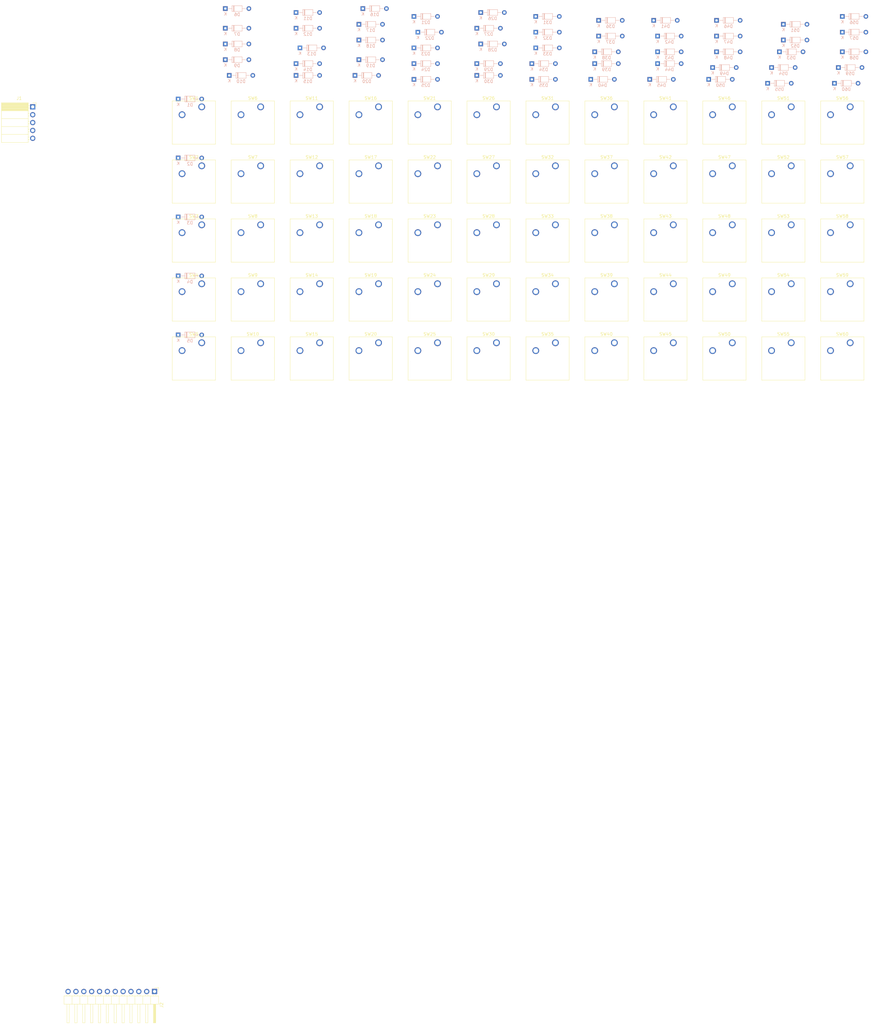
<source format=kicad_pcb>
(kicad_pcb (version 20171130) (host pcbnew 5.1.8)
  (layers (0 F.Cu signal) (31 B.Cu signal) (34 B.Paste user) (35 F.Paste user) (36 B.SilkS user) (37 F.SilkS user) (38 B.Mask user) (39 F.Mask user) (44 Edge.Cuts user))
  (net 0 "")
  (net 1 "Net-(D1-Pad2)")
  (net 2 "Net-(D1-Pad1)")
  (net 3 "Net-(D2-Pad2)")
  (net 4 "Net-(D3-Pad2)")
  (net 5 "Net-(D4-Pad2)")
  (net 6 "Net-(D5-Pad2)")
  (net 7 "Net-(D6-Pad2)")
  (net 8 "Net-(D10-Pad1)")
  (net 9 "Net-(D7-Pad2)")
  (net 10 "Net-(D8-Pad2)")
  (net 11 "Net-(D9-Pad2)")
  (net 12 "Net-(D10-Pad2)")
  (net 13 "Net-(D11-Pad1)")
  (net 14 "Net-(D11-Pad2)")
  (net 15 "Net-(D12-Pad2)")
  (net 16 "Net-(D13-Pad2)")
  (net 17 "Net-(D14-Pad2)")
  (net 18 "Net-(D15-Pad2)")
  (net 19 "Net-(D16-Pad2)")
  (net 20 "Net-(D16-Pad1)")
  (net 21 "Net-(D17-Pad2)")
  (net 22 "Net-(D18-Pad2)")
  (net 23 "Net-(D19-Pad2)")
  (net 24 "Net-(D20-Pad2)")
  (net 25 "Net-(D21-Pad2)")
  (net 26 "Net-(D21-Pad1)")
  (net 27 "Net-(D22-Pad2)")
  (net 28 "Net-(D23-Pad2)")
  (net 29 "Net-(D24-Pad2)")
  (net 30 "Net-(D25-Pad2)")
  (net 31 "Net-(D26-Pad2)")
  (net 32 "Net-(D26-Pad1)")
  (net 33 "Net-(D27-Pad2)")
  (net 34 "Net-(D28-Pad2)")
  (net 35 "Net-(D29-Pad2)")
  (net 36 "Net-(D30-Pad2)")
  (net 37 "Net-(D31-Pad2)")
  (net 38 "Net-(D31-Pad1)")
  (net 39 "Net-(D32-Pad2)")
  (net 40 "Net-(D33-Pad2)")
  (net 41 "Net-(D34-Pad2)")
  (net 42 "Net-(D35-Pad2)")
  (net 43 "Net-(D36-Pad1)")
  (net 44 "Net-(D36-Pad2)")
  (net 45 "Net-(D37-Pad2)")
  (net 46 "Net-(D38-Pad2)")
  (net 47 "Net-(D39-Pad2)")
  (net 48 "Net-(D40-Pad2)")
  (net 49 "Net-(D41-Pad1)")
  (net 50 "Net-(D41-Pad2)")
  (net 51 "Net-(D42-Pad2)")
  (net 52 "Net-(D43-Pad2)")
  (net 53 "Net-(D44-Pad2)")
  (net 54 "Net-(D45-Pad2)")
  (net 55 "Net-(D46-Pad2)")
  (net 56 "Net-(D46-Pad1)")
  (net 57 "Net-(D47-Pad2)")
  (net 58 "Net-(D48-Pad2)")
  (net 59 "Net-(D49-Pad2)")
  (net 60 "Net-(D50-Pad2)")
  (net 61 "Net-(D51-Pad2)")
  (net 62 "Net-(D51-Pad1)")
  (net 63 "Net-(D52-Pad2)")
  (net 64 "Net-(D53-Pad2)")
  (net 65 "Net-(D54-Pad2)")
  (net 66 "Net-(D55-Pad2)")
  (net 67 "Net-(D56-Pad1)")
  (net 68 "Net-(D56-Pad2)")
  (net 69 "Net-(D57-Pad2)")
  (net 70 "Net-(D58-Pad2)")
  (net 71 "Net-(D59-Pad2)")
  (net 72 "Net-(D60-Pad2)")
  (net 73 "Net-(J1-Pad5)")
  (net 74 "Net-(J1-Pad4)")
  (net 75 "Net-(J1-Pad3)")
  (net 76 "Net-(J1-Pad2)")
  (net 77 "Net-(J1-Pad1)")
  (net 78 "Net-(SW41-Pad1)")
  (net 79 "Net-(SW42-Pad1)")
  (net 80 "Net-(SW43-Pad1)")
  (net 81 "Net-(SW44-Pad1)")
  (net 82 "Net-(SW45-Pad1)")
  (module Button_Switch_Keyboard:SW_Cherry_MX_1.00u_PCB (layer F.Cu) (at 339.09 -26.67)
    (fp_text reference SW60 (at -2.54 -2.794) (layer F.SilkS))
    (fp_text value SW_SPST)
    (pad "" np_thru_hole circle (at 2.54 5.08) (size 1.7 1.7) (drill 1.7) (layers *.Cu *.Mask))
    (pad "" np_thru_hole circle (at -7.62 5.08) (size 1.7 1.7) (drill 1.7) (layers *.Cu *.Mask))
    (pad "" np_thru_hole circle (at -2.54 5.08) (size 4 4) (drill 4) (layers *.Cu *.Mask))
    (pad 2 thru_hole circle (at -6.35 2.54) (size 2.2 2.2) (drill 1.5) (layers *.Cu *.Mask) (net 72 "Net-(D60-Pad2)"))
    (pad 1 thru_hole circle (at 0 0) (size 2.2 2.2) (drill 1.5) (layers *.Cu *.Mask) (net 73 "Net-(J1-Pad5)"))
  )
  (module Button_Switch_Keyboard:SW_Cherry_MX_1.00u_PCB (layer F.Cu) (at 339.09 -45.72)
    (fp_text reference SW59 (at -2.54 -2.794) (layer F.SilkS))
    (fp_text value SW_SPST)
    (pad "" np_thru_hole circle (at 2.54 5.08) (size 1.7 1.7) (drill 1.7) (layers *.Cu *.Mask))
    (pad "" np_thru_hole circle (at -7.62 5.08) (size 1.7 1.7) (drill 1.7) (layers *.Cu *.Mask))
    (pad "" np_thru_hole circle (at -2.54 5.08) (size 4 4) (drill 4) (layers *.Cu *.Mask))
    (pad 2 thru_hole circle (at -6.35 2.54) (size 2.2 2.2) (drill 1.5) (layers *.Cu *.Mask) (net 71 "Net-(D59-Pad2)"))
    (pad 1 thru_hole circle (at 0 0) (size 2.2 2.2) (drill 1.5) (layers *.Cu *.Mask) (net 74 "Net-(J1-Pad4)"))
  )
  (module Button_Switch_Keyboard:SW_Cherry_MX_1.00u_PCB (layer F.Cu) (at 339.09 -64.77)
    (fp_text reference SW58 (at -2.54 -2.794) (layer F.SilkS))
    (fp_text value SW_SPST)
    (pad "" np_thru_hole circle (at 2.54 5.08) (size 1.7 1.7) (drill 1.7) (layers *.Cu *.Mask))
    (pad "" np_thru_hole circle (at -7.62 5.08) (size 1.7 1.7) (drill 1.7) (layers *.Cu *.Mask))
    (pad "" np_thru_hole circle (at -2.54 5.08) (size 4 4) (drill 4) (layers *.Cu *.Mask))
    (pad 2 thru_hole circle (at -6.35 2.54) (size 2.2 2.2) (drill 1.5) (layers *.Cu *.Mask) (net 70 "Net-(D58-Pad2)"))
    (pad 1 thru_hole circle (at 0 0) (size 2.2 2.2) (drill 1.5) (layers *.Cu *.Mask) (net 75 "Net-(J1-Pad3)"))
  )
  (module Button_Switch_Keyboard:SW_Cherry_MX_1.00u_PCB (layer F.Cu) (at 339.09 -83.82)
    (fp_text reference SW57 (at -2.54 -2.794) (layer F.SilkS))
    (fp_text value SW_SPST)
    (pad "" np_thru_hole circle (at 2.54 5.08) (size 1.7 1.7) (drill 1.7) (layers *.Cu *.Mask))
    (pad "" np_thru_hole circle (at -7.62 5.08) (size 1.7 1.7) (drill 1.7) (layers *.Cu *.Mask))
    (pad "" np_thru_hole circle (at -2.54 5.08) (size 4 4) (drill 4) (layers *.Cu *.Mask))
    (pad 2 thru_hole circle (at -6.35 2.54) (size 2.2 2.2) (drill 1.5) (layers *.Cu *.Mask) (net 69 "Net-(D57-Pad2)"))
    (pad 1 thru_hole circle (at 0 0) (size 2.2 2.2) (drill 1.5) (layers *.Cu *.Mask) (net 76 "Net-(J1-Pad2)"))
  )
  (module Button_Switch_Keyboard:SW_Cherry_MX_1.00u_PCB (layer F.Cu) (at 339.09 -102.87)
    (fp_text reference SW56 (at -2.54 -2.794) (layer F.SilkS))
    (fp_text value SW_SPST)
    (pad "" np_thru_hole circle (at 2.54 5.08) (size 1.7 1.7) (drill 1.7) (layers *.Cu *.Mask))
    (pad "" np_thru_hole circle (at -7.62 5.08) (size 1.7 1.7) (drill 1.7) (layers *.Cu *.Mask))
    (pad "" np_thru_hole circle (at -2.54 5.08) (size 4 4) (drill 4) (layers *.Cu *.Mask))
    (pad 2 thru_hole circle (at -6.35 2.54) (size 2.2 2.2) (drill 1.5) (layers *.Cu *.Mask) (net 68 "Net-(D56-Pad2)"))
    (pad 1 thru_hole circle (at 0 0) (size 2.2 2.2) (drill 1.5) (layers *.Cu *.Mask) (net 77 "Net-(J1-Pad1)"))
  )
  (module Button_Switch_Keyboard:SW_Cherry_MX_1.00u_PCB (layer F.Cu) (at 320.04 -26.67)
    (fp_text reference SW55 (at -2.54 -2.794) (layer F.SilkS))
    (fp_text value SW_SPST)
    (pad "" np_thru_hole circle (at 2.54 5.08) (size 1.7 1.7) (drill 1.7) (layers *.Cu *.Mask))
    (pad "" np_thru_hole circle (at -7.62 5.08) (size 1.7 1.7) (drill 1.7) (layers *.Cu *.Mask))
    (pad "" np_thru_hole circle (at -2.54 5.08) (size 4 4) (drill 4) (layers *.Cu *.Mask))
    (pad 2 thru_hole circle (at -6.35 2.54) (size 2.2 2.2) (drill 1.5) (layers *.Cu *.Mask) (net 66 "Net-(D55-Pad2)"))
    (pad 1 thru_hole circle (at 0 0) (size 2.2 2.2) (drill 1.5) (layers *.Cu *.Mask) (net 73 "Net-(J1-Pad5)"))
  )
  (module Button_Switch_Keyboard:SW_Cherry_MX_1.00u_PCB (layer F.Cu) (at 320.04 -45.72)
    (fp_text reference SW54 (at -2.54 -2.794) (layer F.SilkS))
    (fp_text value SW_SPST)
    (pad "" np_thru_hole circle (at 2.54 5.08) (size 1.7 1.7) (drill 1.7) (layers *.Cu *.Mask))
    (pad "" np_thru_hole circle (at -7.62 5.08) (size 1.7 1.7) (drill 1.7) (layers *.Cu *.Mask))
    (pad "" np_thru_hole circle (at -2.54 5.08) (size 4 4) (drill 4) (layers *.Cu *.Mask))
    (pad 2 thru_hole circle (at -6.35 2.54) (size 2.2 2.2) (drill 1.5) (layers *.Cu *.Mask) (net 65 "Net-(D54-Pad2)"))
    (pad 1 thru_hole circle (at 0 0) (size 2.2 2.2) (drill 1.5) (layers *.Cu *.Mask) (net 74 "Net-(J1-Pad4)"))
  )
  (module Button_Switch_Keyboard:SW_Cherry_MX_1.00u_PCB (layer F.Cu) (at 320.04 -64.77)
    (fp_text reference SW53 (at -2.54 -2.794) (layer F.SilkS))
    (fp_text value SW_SPST)
    (pad "" np_thru_hole circle (at 2.54 5.08) (size 1.7 1.7) (drill 1.7) (layers *.Cu *.Mask))
    (pad "" np_thru_hole circle (at -7.62 5.08) (size 1.7 1.7) (drill 1.7) (layers *.Cu *.Mask))
    (pad "" np_thru_hole circle (at -2.54 5.08) (size 4 4) (drill 4) (layers *.Cu *.Mask))
    (pad 2 thru_hole circle (at -6.35 2.54) (size 2.2 2.2) (drill 1.5) (layers *.Cu *.Mask) (net 64 "Net-(D53-Pad2)"))
    (pad 1 thru_hole circle (at 0 0) (size 2.2 2.2) (drill 1.5) (layers *.Cu *.Mask) (net 75 "Net-(J1-Pad3)"))
  )
  (module Button_Switch_Keyboard:SW_Cherry_MX_1.00u_PCB (layer F.Cu) (at 320.04 -83.82)
    (fp_text reference SW52 (at -2.54 -2.794) (layer F.SilkS))
    (fp_text value SW_SPST)
    (pad "" np_thru_hole circle (at 2.54 5.08) (size 1.7 1.7) (drill 1.7) (layers *.Cu *.Mask))
    (pad "" np_thru_hole circle (at -7.62 5.08) (size 1.7 1.7) (drill 1.7) (layers *.Cu *.Mask))
    (pad "" np_thru_hole circle (at -2.54 5.08) (size 4 4) (drill 4) (layers *.Cu *.Mask))
    (pad 2 thru_hole circle (at -6.35 2.54) (size 2.2 2.2) (drill 1.5) (layers *.Cu *.Mask) (net 63 "Net-(D52-Pad2)"))
    (pad 1 thru_hole circle (at 0 0) (size 2.2 2.2) (drill 1.5) (layers *.Cu *.Mask) (net 76 "Net-(J1-Pad2)"))
  )
  (module Button_Switch_Keyboard:SW_Cherry_MX_1.00u_PCB (layer F.Cu) (at 320.04 -102.87)
    (fp_text reference SW51 (at -2.54 -2.794) (layer F.SilkS))
    (fp_text value SW_SPST)
    (pad "" np_thru_hole circle (at 2.54 5.08) (size 1.7 1.7) (drill 1.7) (layers *.Cu *.Mask))
    (pad "" np_thru_hole circle (at -7.62 5.08) (size 1.7 1.7) (drill 1.7) (layers *.Cu *.Mask))
    (pad "" np_thru_hole circle (at -2.54 5.08) (size 4 4) (drill 4) (layers *.Cu *.Mask))
    (pad 2 thru_hole circle (at -6.35 2.54) (size 2.2 2.2) (drill 1.5) (layers *.Cu *.Mask) (net 61 "Net-(D51-Pad2)"))
    (pad 1 thru_hole circle (at 0 0) (size 2.2 2.2) (drill 1.5) (layers *.Cu *.Mask) (net 77 "Net-(J1-Pad1)"))
  )
  (module Button_Switch_Keyboard:SW_Cherry_MX_1.00u_PCB (layer F.Cu) (at 300.99 -26.67)
    (fp_text reference SW50 (at -2.54 -2.794) (layer F.SilkS))
    (fp_text value SW_SPST)
    (pad "" np_thru_hole circle (at 2.54 5.08) (size 1.7 1.7) (drill 1.7) (layers *.Cu *.Mask))
    (pad "" np_thru_hole circle (at -7.62 5.08) (size 1.7 1.7) (drill 1.7) (layers *.Cu *.Mask))
    (pad "" np_thru_hole circle (at -2.54 5.08) (size 4 4) (drill 4) (layers *.Cu *.Mask))
    (pad 2 thru_hole circle (at -6.35 2.54) (size 2.2 2.2) (drill 1.5) (layers *.Cu *.Mask) (net 60 "Net-(D50-Pad2)"))
    (pad 1 thru_hole circle (at 0 0) (size 2.2 2.2) (drill 1.5) (layers *.Cu *.Mask) (net 73 "Net-(J1-Pad5)"))
  )
  (module Button_Switch_Keyboard:SW_Cherry_MX_1.00u_PCB (layer F.Cu) (at 300.99 -45.72)
    (fp_text reference SW49 (at -2.54 -2.794) (layer F.SilkS))
    (fp_text value SW_SPST)
    (pad "" np_thru_hole circle (at 2.54 5.08) (size 1.7 1.7) (drill 1.7) (layers *.Cu *.Mask))
    (pad "" np_thru_hole circle (at -7.62 5.08) (size 1.7 1.7) (drill 1.7) (layers *.Cu *.Mask))
    (pad "" np_thru_hole circle (at -2.54 5.08) (size 4 4) (drill 4) (layers *.Cu *.Mask))
    (pad 2 thru_hole circle (at -6.35 2.54) (size 2.2 2.2) (drill 1.5) (layers *.Cu *.Mask) (net 59 "Net-(D49-Pad2)"))
    (pad 1 thru_hole circle (at 0 0) (size 2.2 2.2) (drill 1.5) (layers *.Cu *.Mask) (net 74 "Net-(J1-Pad4)"))
  )
  (module Button_Switch_Keyboard:SW_Cherry_MX_1.00u_PCB (layer F.Cu) (at 300.99 -64.77)
    (fp_text reference SW48 (at -2.54 -2.794) (layer F.SilkS))
    (fp_text value SW_SPST)
    (pad "" np_thru_hole circle (at 2.54 5.08) (size 1.7 1.7) (drill 1.7) (layers *.Cu *.Mask))
    (pad "" np_thru_hole circle (at -7.62 5.08) (size 1.7 1.7) (drill 1.7) (layers *.Cu *.Mask))
    (pad "" np_thru_hole circle (at -2.54 5.08) (size 4 4) (drill 4) (layers *.Cu *.Mask))
    (pad 2 thru_hole circle (at -6.35 2.54) (size 2.2 2.2) (drill 1.5) (layers *.Cu *.Mask) (net 58 "Net-(D48-Pad2)"))
    (pad 1 thru_hole circle (at 0 0) (size 2.2 2.2) (drill 1.5) (layers *.Cu *.Mask) (net 75 "Net-(J1-Pad3)"))
  )
  (module Button_Switch_Keyboard:SW_Cherry_MX_1.00u_PCB (layer F.Cu) (at 300.99 -83.82)
    (fp_text reference SW47 (at -2.54 -2.794) (layer F.SilkS))
    (fp_text value SW_SPST)
    (pad "" np_thru_hole circle (at 2.54 5.08) (size 1.7 1.7) (drill 1.7) (layers *.Cu *.Mask))
    (pad "" np_thru_hole circle (at -7.62 5.08) (size 1.7 1.7) (drill 1.7) (layers *.Cu *.Mask))
    (pad "" np_thru_hole circle (at -2.54 5.08) (size 4 4) (drill 4) (layers *.Cu *.Mask))
    (pad 2 thru_hole circle (at -6.35 2.54) (size 2.2 2.2) (drill 1.5) (layers *.Cu *.Mask) (net 57 "Net-(D47-Pad2)"))
    (pad 1 thru_hole circle (at 0 0) (size 2.2 2.2) (drill 1.5) (layers *.Cu *.Mask) (net 76 "Net-(J1-Pad2)"))
  )
  (module Button_Switch_Keyboard:SW_Cherry_MX_1.00u_PCB (layer F.Cu) (at 300.99 -102.87)
    (fp_text reference SW46 (at -2.54 -2.794) (layer F.SilkS))
    (fp_text value SW_SPST)
    (pad "" np_thru_hole circle (at 2.54 5.08) (size 1.7 1.7) (drill 1.7) (layers *.Cu *.Mask))
    (pad "" np_thru_hole circle (at -7.62 5.08) (size 1.7 1.7) (drill 1.7) (layers *.Cu *.Mask))
    (pad "" np_thru_hole circle (at -2.54 5.08) (size 4 4) (drill 4) (layers *.Cu *.Mask))
    (pad 2 thru_hole circle (at -6.35 2.54) (size 2.2 2.2) (drill 1.5) (layers *.Cu *.Mask) (net 55 "Net-(D46-Pad2)"))
    (pad 1 thru_hole circle (at 0 0) (size 2.2 2.2) (drill 1.5) (layers *.Cu *.Mask) (net 77 "Net-(J1-Pad1)"))
  )
  (module Button_Switch_Keyboard:SW_Cherry_MX_1.00u_PCB (layer F.Cu) (at 281.94 -26.67)
    (fp_text reference SW45 (at -2.54 -2.794) (layer F.SilkS))
    (fp_text value SW_SPST)
    (pad "" np_thru_hole circle (at 2.54 5.08) (size 1.7 1.7) (drill 1.7) (layers *.Cu *.Mask))
    (pad "" np_thru_hole circle (at -7.62 5.08) (size 1.7 1.7) (drill 1.7) (layers *.Cu *.Mask))
    (pad "" np_thru_hole circle (at -2.54 5.08) (size 4 4) (drill 4) (layers *.Cu *.Mask))
    (pad 2 thru_hole circle (at -6.35 2.54) (size 2.2 2.2) (drill 1.5) (layers *.Cu *.Mask) (net 54 "Net-(D45-Pad2)"))
    (pad 1 thru_hole circle (at 0 0) (size 2.2 2.2) (drill 1.5) (layers *.Cu *.Mask) (net 82 "Net-(SW45-Pad1)"))
  )
  (module Button_Switch_Keyboard:SW_Cherry_MX_1.00u_PCB (layer F.Cu) (at 281.94 -45.72)
    (fp_text reference SW44 (at -2.54 -2.794) (layer F.SilkS))
    (fp_text value SW_SPST)
    (pad "" np_thru_hole circle (at 2.54 5.08) (size 1.7 1.7) (drill 1.7) (layers *.Cu *.Mask))
    (pad "" np_thru_hole circle (at -7.62 5.08) (size 1.7 1.7) (drill 1.7) (layers *.Cu *.Mask))
    (pad "" np_thru_hole circle (at -2.54 5.08) (size 4 4) (drill 4) (layers *.Cu *.Mask))
    (pad 2 thru_hole circle (at -6.35 2.54) (size 2.2 2.2) (drill 1.5) (layers *.Cu *.Mask) (net 53 "Net-(D44-Pad2)"))
    (pad 1 thru_hole circle (at 0 0) (size 2.2 2.2) (drill 1.5) (layers *.Cu *.Mask) (net 81 "Net-(SW44-Pad1)"))
  )
  (module Button_Switch_Keyboard:SW_Cherry_MX_1.00u_PCB (layer F.Cu) (at 281.94 -64.77)
    (fp_text reference SW43 (at -2.54 -2.794) (layer F.SilkS))
    (fp_text value SW_SPST)
    (pad "" np_thru_hole circle (at 2.54 5.08) (size 1.7 1.7) (drill 1.7) (layers *.Cu *.Mask))
    (pad "" np_thru_hole circle (at -7.62 5.08) (size 1.7 1.7) (drill 1.7) (layers *.Cu *.Mask))
    (pad "" np_thru_hole circle (at -2.54 5.08) (size 4 4) (drill 4) (layers *.Cu *.Mask))
    (pad 2 thru_hole circle (at -6.35 2.54) (size 2.2 2.2) (drill 1.5) (layers *.Cu *.Mask) (net 52 "Net-(D43-Pad2)"))
    (pad 1 thru_hole circle (at 0 0) (size 2.2 2.2) (drill 1.5) (layers *.Cu *.Mask) (net 80 "Net-(SW43-Pad1)"))
  )
  (module Button_Switch_Keyboard:SW_Cherry_MX_1.00u_PCB (layer F.Cu) (at 281.94 -83.82)
    (fp_text reference SW42 (at -2.54 -2.794) (layer F.SilkS))
    (fp_text value SW_SPST)
    (pad "" np_thru_hole circle (at 2.54 5.08) (size 1.7 1.7) (drill 1.7) (layers *.Cu *.Mask))
    (pad "" np_thru_hole circle (at -7.62 5.08) (size 1.7 1.7) (drill 1.7) (layers *.Cu *.Mask))
    (pad "" np_thru_hole circle (at -2.54 5.08) (size 4 4) (drill 4) (layers *.Cu *.Mask))
    (pad 2 thru_hole circle (at -6.35 2.54) (size 2.2 2.2) (drill 1.5) (layers *.Cu *.Mask) (net 51 "Net-(D42-Pad2)"))
    (pad 1 thru_hole circle (at 0 0) (size 2.2 2.2) (drill 1.5) (layers *.Cu *.Mask) (net 79 "Net-(SW42-Pad1)"))
  )
  (module Button_Switch_Keyboard:SW_Cherry_MX_1.00u_PCB (layer F.Cu) (at 281.94 -102.87)
    (fp_text reference SW41 (at -2.54 -2.794) (layer F.SilkS))
    (fp_text value SW_SPST)
    (pad "" np_thru_hole circle (at 2.54 5.08) (size 1.7 1.7) (drill 1.7) (layers *.Cu *.Mask))
    (pad "" np_thru_hole circle (at -7.62 5.08) (size 1.7 1.7) (drill 1.7) (layers *.Cu *.Mask))
    (pad "" np_thru_hole circle (at -2.54 5.08) (size 4 4) (drill 4) (layers *.Cu *.Mask))
    (pad 2 thru_hole circle (at -6.35 2.54) (size 2.2 2.2) (drill 1.5) (layers *.Cu *.Mask) (net 50 "Net-(D41-Pad2)"))
    (pad 1 thru_hole circle (at 0 0) (size 2.2 2.2) (drill 1.5) (layers *.Cu *.Mask) (net 78 "Net-(SW41-Pad1)"))
  )
  (module Button_Switch_Keyboard:SW_Cherry_MX_1.00u_PCB (layer F.Cu) (at 262.89 -26.67)
    (fp_text reference SW40 (at -2.54 -2.794) (layer F.SilkS))
    (fp_text value SW_SPST)
    (pad "" np_thru_hole circle (at 2.54 5.08) (size 1.7 1.7) (drill 1.7) (layers *.Cu *.Mask))
    (pad "" np_thru_hole circle (at -7.62 5.08) (size 1.7 1.7) (drill 1.7) (layers *.Cu *.Mask))
    (pad "" np_thru_hole circle (at -2.54 5.08) (size 4 4) (drill 4) (layers *.Cu *.Mask))
    (pad 2 thru_hole circle (at -6.35 2.54) (size 2.2 2.2) (drill 1.5) (layers *.Cu *.Mask) (net 48 "Net-(D40-Pad2)"))
    (pad 1 thru_hole circle (at 0 0) (size 2.2 2.2) (drill 1.5) (layers *.Cu *.Mask) (net 73 "Net-(J1-Pad5)"))
  )
  (module Button_Switch_Keyboard:SW_Cherry_MX_1.00u_PCB (layer F.Cu) (at 262.89 -45.72)
    (fp_text reference SW39 (at -2.54 -2.794) (layer F.SilkS))
    (fp_text value SW_SPST)
    (pad "" np_thru_hole circle (at 2.54 5.08) (size 1.7 1.7) (drill 1.7) (layers *.Cu *.Mask))
    (pad "" np_thru_hole circle (at -7.62 5.08) (size 1.7 1.7) (drill 1.7) (layers *.Cu *.Mask))
    (pad "" np_thru_hole circle (at -2.54 5.08) (size 4 4) (drill 4) (layers *.Cu *.Mask))
    (pad 2 thru_hole circle (at -6.35 2.54) (size 2.2 2.2) (drill 1.5) (layers *.Cu *.Mask) (net 47 "Net-(D39-Pad2)"))
    (pad 1 thru_hole circle (at 0 0) (size 2.2 2.2) (drill 1.5) (layers *.Cu *.Mask) (net 74 "Net-(J1-Pad4)"))
  )
  (module Button_Switch_Keyboard:SW_Cherry_MX_1.00u_PCB (layer F.Cu) (at 262.89 -64.77)
    (fp_text reference SW38 (at -2.54 -2.794) (layer F.SilkS))
    (fp_text value SW_SPST)
    (pad "" np_thru_hole circle (at 2.54 5.08) (size 1.7 1.7) (drill 1.7) (layers *.Cu *.Mask))
    (pad "" np_thru_hole circle (at -7.62 5.08) (size 1.7 1.7) (drill 1.7) (layers *.Cu *.Mask))
    (pad "" np_thru_hole circle (at -2.54 5.08) (size 4 4) (drill 4) (layers *.Cu *.Mask))
    (pad 2 thru_hole circle (at -6.35 2.54) (size 2.2 2.2) (drill 1.5) (layers *.Cu *.Mask) (net 46 "Net-(D38-Pad2)"))
    (pad 1 thru_hole circle (at 0 0) (size 2.2 2.2) (drill 1.5) (layers *.Cu *.Mask) (net 75 "Net-(J1-Pad3)"))
  )
  (module Button_Switch_Keyboard:SW_Cherry_MX_1.00u_PCB (layer F.Cu) (at 262.89 -83.82)
    (fp_text reference SW37 (at -2.54 -2.794) (layer F.SilkS))
    (fp_text value SW_SPST)
    (pad "" np_thru_hole circle (at 2.54 5.08) (size 1.7 1.7) (drill 1.7) (layers *.Cu *.Mask))
    (pad "" np_thru_hole circle (at -7.62 5.08) (size 1.7 1.7) (drill 1.7) (layers *.Cu *.Mask))
    (pad "" np_thru_hole circle (at -2.54 5.08) (size 4 4) (drill 4) (layers *.Cu *.Mask))
    (pad 2 thru_hole circle (at -6.35 2.54) (size 2.2 2.2) (drill 1.5) (layers *.Cu *.Mask) (net 45 "Net-(D37-Pad2)"))
    (pad 1 thru_hole circle (at 0 0) (size 2.2 2.2) (drill 1.5) (layers *.Cu *.Mask) (net 76 "Net-(J1-Pad2)"))
  )
  (module Button_Switch_Keyboard:SW_Cherry_MX_1.00u_PCB (layer F.Cu) (at 262.89 -102.87)
    (fp_text reference SW36 (at -2.54 -2.794) (layer F.SilkS))
    (fp_text value SW_SPST)
    (pad "" np_thru_hole circle (at 2.54 5.08) (size 1.7 1.7) (drill 1.7) (layers *.Cu *.Mask))
    (pad "" np_thru_hole circle (at -7.62 5.08) (size 1.7 1.7) (drill 1.7) (layers *.Cu *.Mask))
    (pad "" np_thru_hole circle (at -2.54 5.08) (size 4 4) (drill 4) (layers *.Cu *.Mask))
    (pad 2 thru_hole circle (at -6.35 2.54) (size 2.2 2.2) (drill 1.5) (layers *.Cu *.Mask) (net 44 "Net-(D36-Pad2)"))
    (pad 1 thru_hole circle (at 0 0) (size 2.2 2.2) (drill 1.5) (layers *.Cu *.Mask) (net 77 "Net-(J1-Pad1)"))
  )
  (module Button_Switch_Keyboard:SW_Cherry_MX_1.00u_PCB (layer F.Cu) (at 243.84 -26.67)
    (fp_text reference SW35 (at -2.54 -2.794) (layer F.SilkS))
    (fp_text value SW_SPST)
    (pad "" np_thru_hole circle (at 2.54 5.08) (size 1.7 1.7) (drill 1.7) (layers *.Cu *.Mask))
    (pad "" np_thru_hole circle (at -7.62 5.08) (size 1.7 1.7) (drill 1.7) (layers *.Cu *.Mask))
    (pad "" np_thru_hole circle (at -2.54 5.08) (size 4 4) (drill 4) (layers *.Cu *.Mask))
    (pad 2 thru_hole circle (at -6.35 2.54) (size 2.2 2.2) (drill 1.5) (layers *.Cu *.Mask) (net 42 "Net-(D35-Pad2)"))
    (pad 1 thru_hole circle (at 0 0) (size 2.2 2.2) (drill 1.5) (layers *.Cu *.Mask) (net 73 "Net-(J1-Pad5)"))
  )
  (module Button_Switch_Keyboard:SW_Cherry_MX_1.00u_PCB (layer F.Cu) (at 243.84 -45.72)
    (fp_text reference SW34 (at -2.54 -2.794) (layer F.SilkS))
    (fp_text value SW_SPST)
    (pad "" np_thru_hole circle (at 2.54 5.08) (size 1.7 1.7) (drill 1.7) (layers *.Cu *.Mask))
    (pad "" np_thru_hole circle (at -7.62 5.08) (size 1.7 1.7) (drill 1.7) (layers *.Cu *.Mask))
    (pad "" np_thru_hole circle (at -2.54 5.08) (size 4 4) (drill 4) (layers *.Cu *.Mask))
    (pad 2 thru_hole circle (at -6.35 2.54) (size 2.2 2.2) (drill 1.5) (layers *.Cu *.Mask) (net 41 "Net-(D34-Pad2)"))
    (pad 1 thru_hole circle (at 0 0) (size 2.2 2.2) (drill 1.5) (layers *.Cu *.Mask) (net 74 "Net-(J1-Pad4)"))
  )
  (module Button_Switch_Keyboard:SW_Cherry_MX_1.00u_PCB (layer F.Cu) (at 243.84 -64.77)
    (fp_text reference SW33 (at -2.54 -2.794) (layer F.SilkS))
    (fp_text value SW_SPST)
    (pad "" np_thru_hole circle (at 2.54 5.08) (size 1.7 1.7) (drill 1.7) (layers *.Cu *.Mask))
    (pad "" np_thru_hole circle (at -7.62 5.08) (size 1.7 1.7) (drill 1.7) (layers *.Cu *.Mask))
    (pad "" np_thru_hole circle (at -2.54 5.08) (size 4 4) (drill 4) (layers *.Cu *.Mask))
    (pad 2 thru_hole circle (at -6.35 2.54) (size 2.2 2.2) (drill 1.5) (layers *.Cu *.Mask) (net 40 "Net-(D33-Pad2)"))
    (pad 1 thru_hole circle (at 0 0) (size 2.2 2.2) (drill 1.5) (layers *.Cu *.Mask) (net 75 "Net-(J1-Pad3)"))
  )
  (module Button_Switch_Keyboard:SW_Cherry_MX_1.00u_PCB (layer F.Cu) (at 243.84 -83.82)
    (fp_text reference SW32 (at -2.54 -2.794) (layer F.SilkS))
    (fp_text value SW_SPST)
    (pad "" np_thru_hole circle (at 2.54 5.08) (size 1.7 1.7) (drill 1.7) (layers *.Cu *.Mask))
    (pad "" np_thru_hole circle (at -7.62 5.08) (size 1.7 1.7) (drill 1.7) (layers *.Cu *.Mask))
    (pad "" np_thru_hole circle (at -2.54 5.08) (size 4 4) (drill 4) (layers *.Cu *.Mask))
    (pad 2 thru_hole circle (at -6.35 2.54) (size 2.2 2.2) (drill 1.5) (layers *.Cu *.Mask) (net 39 "Net-(D32-Pad2)"))
    (pad 1 thru_hole circle (at 0 0) (size 2.2 2.2) (drill 1.5) (layers *.Cu *.Mask) (net 76 "Net-(J1-Pad2)"))
  )
  (module Button_Switch_Keyboard:SW_Cherry_MX_1.00u_PCB (layer F.Cu) (at 243.84 -102.87)
    (fp_text reference SW31 (at -2.54 -2.794) (layer F.SilkS))
    (fp_text value SW_SPST)
    (pad "" np_thru_hole circle (at 2.54 5.08) (size 1.7 1.7) (drill 1.7) (layers *.Cu *.Mask))
    (pad "" np_thru_hole circle (at -7.62 5.08) (size 1.7 1.7) (drill 1.7) (layers *.Cu *.Mask))
    (pad "" np_thru_hole circle (at -2.54 5.08) (size 4 4) (drill 4) (layers *.Cu *.Mask))
    (pad 2 thru_hole circle (at -6.35 2.54) (size 2.2 2.2) (drill 1.5) (layers *.Cu *.Mask) (net 37 "Net-(D31-Pad2)"))
    (pad 1 thru_hole circle (at 0 0) (size 2.2 2.2) (drill 1.5) (layers *.Cu *.Mask) (net 77 "Net-(J1-Pad1)"))
  )
  (module Button_Switch_Keyboard:SW_Cherry_MX_1.00u_PCB (layer F.Cu) (at 224.79 -26.67)
    (fp_text reference SW30 (at -2.54 -2.794) (layer F.SilkS))
    (fp_text value SW_SPST)
    (pad "" np_thru_hole circle (at 2.54 5.08) (size 1.7 1.7) (drill 1.7) (layers *.Cu *.Mask))
    (pad "" np_thru_hole circle (at -7.62 5.08) (size 1.7 1.7) (drill 1.7) (layers *.Cu *.Mask))
    (pad "" np_thru_hole circle (at -2.54 5.08) (size 4 4) (drill 4) (layers *.Cu *.Mask))
    (pad 2 thru_hole circle (at -6.35 2.54) (size 2.2 2.2) (drill 1.5) (layers *.Cu *.Mask) (net 36 "Net-(D30-Pad2)"))
    (pad 1 thru_hole circle (at 0 0) (size 2.2 2.2) (drill 1.5) (layers *.Cu *.Mask) (net 73 "Net-(J1-Pad5)"))
  )
  (module Button_Switch_Keyboard:SW_Cherry_MX_1.00u_PCB (layer F.Cu) (at 224.79 -45.72)
    (fp_text reference SW29 (at -2.54 -2.794) (layer F.SilkS))
    (fp_text value SW_SPST)
    (pad "" np_thru_hole circle (at 2.54 5.08) (size 1.7 1.7) (drill 1.7) (layers *.Cu *.Mask))
    (pad "" np_thru_hole circle (at -7.62 5.08) (size 1.7 1.7) (drill 1.7) (layers *.Cu *.Mask))
    (pad "" np_thru_hole circle (at -2.54 5.08) (size 4 4) (drill 4) (layers *.Cu *.Mask))
    (pad 2 thru_hole circle (at -6.35 2.54) (size 2.2 2.2) (drill 1.5) (layers *.Cu *.Mask) (net 35 "Net-(D29-Pad2)"))
    (pad 1 thru_hole circle (at 0 0) (size 2.2 2.2) (drill 1.5) (layers *.Cu *.Mask) (net 74 "Net-(J1-Pad4)"))
  )
  (module Button_Switch_Keyboard:SW_Cherry_MX_1.00u_PCB (layer F.Cu) (at 224.79 -64.77)
    (fp_text reference SW28 (at -2.54 -2.794) (layer F.SilkS))
    (fp_text value SW_SPST)
    (pad "" np_thru_hole circle (at 2.54 5.08) (size 1.7 1.7) (drill 1.7) (layers *.Cu *.Mask))
    (pad "" np_thru_hole circle (at -7.62 5.08) (size 1.7 1.7) (drill 1.7) (layers *.Cu *.Mask))
    (pad "" np_thru_hole circle (at -2.54 5.08) (size 4 4) (drill 4) (layers *.Cu *.Mask))
    (pad 2 thru_hole circle (at -6.35 2.54) (size 2.2 2.2) (drill 1.5) (layers *.Cu *.Mask) (net 34 "Net-(D28-Pad2)"))
    (pad 1 thru_hole circle (at 0 0) (size 2.2 2.2) (drill 1.5) (layers *.Cu *.Mask) (net 75 "Net-(J1-Pad3)"))
  )
  (module Button_Switch_Keyboard:SW_Cherry_MX_1.00u_PCB (layer F.Cu) (at 224.79 -83.82)
    (fp_text reference SW27 (at -2.54 -2.794) (layer F.SilkS))
    (fp_text value SW_SPST)
    (pad "" np_thru_hole circle (at 2.54 5.08) (size 1.7 1.7) (drill 1.7) (layers *.Cu *.Mask))
    (pad "" np_thru_hole circle (at -7.62 5.08) (size 1.7 1.7) (drill 1.7) (layers *.Cu *.Mask))
    (pad "" np_thru_hole circle (at -2.54 5.08) (size 4 4) (drill 4) (layers *.Cu *.Mask))
    (pad 2 thru_hole circle (at -6.35 2.54) (size 2.2 2.2) (drill 1.5) (layers *.Cu *.Mask) (net 33 "Net-(D27-Pad2)"))
    (pad 1 thru_hole circle (at 0 0) (size 2.2 2.2) (drill 1.5) (layers *.Cu *.Mask) (net 76 "Net-(J1-Pad2)"))
  )
  (module Button_Switch_Keyboard:SW_Cherry_MX_1.00u_PCB (layer F.Cu) (at 224.79 -102.87)
    (fp_text reference SW26 (at -2.54 -2.794) (layer F.SilkS))
    (fp_text value SW_SPST)
    (pad "" np_thru_hole circle (at 2.54 5.08) (size 1.7 1.7) (drill 1.7) (layers *.Cu *.Mask))
    (pad "" np_thru_hole circle (at -7.62 5.08) (size 1.7 1.7) (drill 1.7) (layers *.Cu *.Mask))
    (pad "" np_thru_hole circle (at -2.54 5.08) (size 4 4) (drill 4) (layers *.Cu *.Mask))
    (pad 2 thru_hole circle (at -6.35 2.54) (size 2.2 2.2) (drill 1.5) (layers *.Cu *.Mask) (net 31 "Net-(D26-Pad2)"))
    (pad 1 thru_hole circle (at 0 0) (size 2.2 2.2) (drill 1.5) (layers *.Cu *.Mask) (net 77 "Net-(J1-Pad1)"))
  )
  (module Button_Switch_Keyboard:SW_Cherry_MX_1.00u_PCB (layer F.Cu) (at 205.74 -26.67)
    (fp_text reference SW25 (at -2.54 -2.794) (layer F.SilkS))
    (fp_text value SW_SPST)
    (pad "" np_thru_hole circle (at 2.54 5.08) (size 1.7 1.7) (drill 1.7) (layers *.Cu *.Mask))
    (pad "" np_thru_hole circle (at -7.62 5.08) (size 1.7 1.7) (drill 1.7) (layers *.Cu *.Mask))
    (pad "" np_thru_hole circle (at -2.54 5.08) (size 4 4) (drill 4) (layers *.Cu *.Mask))
    (pad 2 thru_hole circle (at -6.35 2.54) (size 2.2 2.2) (drill 1.5) (layers *.Cu *.Mask) (net 30 "Net-(D25-Pad2)"))
    (pad 1 thru_hole circle (at 0 0) (size 2.2 2.2) (drill 1.5) (layers *.Cu *.Mask) (net 73 "Net-(J1-Pad5)"))
  )
  (module Button_Switch_Keyboard:SW_Cherry_MX_1.00u_PCB (layer F.Cu) (at 205.74 -45.72)
    (fp_text reference SW24 (at -2.54 -2.794) (layer F.SilkS))
    (fp_text value SW_SPST)
    (pad "" np_thru_hole circle (at 2.54 5.08) (size 1.7 1.7) (drill 1.7) (layers *.Cu *.Mask))
    (pad "" np_thru_hole circle (at -7.62 5.08) (size 1.7 1.7) (drill 1.7) (layers *.Cu *.Mask))
    (pad "" np_thru_hole circle (at -2.54 5.08) (size 4 4) (drill 4) (layers *.Cu *.Mask))
    (pad 2 thru_hole circle (at -6.35 2.54) (size 2.2 2.2) (drill 1.5) (layers *.Cu *.Mask) (net 29 "Net-(D24-Pad2)"))
    (pad 1 thru_hole circle (at 0 0) (size 2.2 2.2) (drill 1.5) (layers *.Cu *.Mask) (net 74 "Net-(J1-Pad4)"))
  )
  (module Button_Switch_Keyboard:SW_Cherry_MX_1.00u_PCB (layer F.Cu) (at 205.74 -64.77)
    (fp_text reference SW23 (at -2.54 -2.794) (layer F.SilkS))
    (fp_text value SW_SPST)
    (pad "" np_thru_hole circle (at 2.54 5.08) (size 1.7 1.7) (drill 1.7) (layers *.Cu *.Mask))
    (pad "" np_thru_hole circle (at -7.62 5.08) (size 1.7 1.7) (drill 1.7) (layers *.Cu *.Mask))
    (pad "" np_thru_hole circle (at -2.54 5.08) (size 4 4) (drill 4) (layers *.Cu *.Mask))
    (pad 2 thru_hole circle (at -6.35 2.54) (size 2.2 2.2) (drill 1.5) (layers *.Cu *.Mask) (net 28 "Net-(D23-Pad2)"))
    (pad 1 thru_hole circle (at 0 0) (size 2.2 2.2) (drill 1.5) (layers *.Cu *.Mask) (net 75 "Net-(J1-Pad3)"))
  )
  (module Button_Switch_Keyboard:SW_Cherry_MX_1.00u_PCB (layer F.Cu) (at 205.74 -83.82)
    (fp_text reference SW22 (at -2.54 -2.794) (layer F.SilkS))
    (fp_text value SW_SPST)
    (pad "" np_thru_hole circle (at 2.54 5.08) (size 1.7 1.7) (drill 1.7) (layers *.Cu *.Mask))
    (pad "" np_thru_hole circle (at -7.62 5.08) (size 1.7 1.7) (drill 1.7) (layers *.Cu *.Mask))
    (pad "" np_thru_hole circle (at -2.54 5.08) (size 4 4) (drill 4) (layers *.Cu *.Mask))
    (pad 2 thru_hole circle (at -6.35 2.54) (size 2.2 2.2) (drill 1.5) (layers *.Cu *.Mask) (net 27 "Net-(D22-Pad2)"))
    (pad 1 thru_hole circle (at 0 0) (size 2.2 2.2) (drill 1.5) (layers *.Cu *.Mask) (net 76 "Net-(J1-Pad2)"))
  )
  (module Button_Switch_Keyboard:SW_Cherry_MX_1.00u_PCB (layer F.Cu) (at 205.74 -102.87)
    (fp_text reference SW21 (at -2.54 -2.794) (layer F.SilkS))
    (fp_text value SW_SPST)
    (pad "" np_thru_hole circle (at 2.54 5.08) (size 1.7 1.7) (drill 1.7) (layers *.Cu *.Mask))
    (pad "" np_thru_hole circle (at -7.62 5.08) (size 1.7 1.7) (drill 1.7) (layers *.Cu *.Mask))
    (pad "" np_thru_hole circle (at -2.54 5.08) (size 4 4) (drill 4) (layers *.Cu *.Mask))
    (pad 2 thru_hole circle (at -6.35 2.54) (size 2.2 2.2) (drill 1.5) (layers *.Cu *.Mask) (net 25 "Net-(D21-Pad2)"))
    (pad 1 thru_hole circle (at 0 0) (size 2.2 2.2) (drill 1.5) (layers *.Cu *.Mask) (net 77 "Net-(J1-Pad1)"))
  )
  (module Button_Switch_Keyboard:SW_Cherry_MX_1.00u_PCB (layer F.Cu) (at 186.69 -26.67)
    (fp_text reference SW20 (at -2.54 -2.794) (layer F.SilkS))
    (fp_text value SW_SPST)
    (pad "" np_thru_hole circle (at 2.54 5.08) (size 1.7 1.7) (drill 1.7) (layers *.Cu *.Mask))
    (pad "" np_thru_hole circle (at -7.62 5.08) (size 1.7 1.7) (drill 1.7) (layers *.Cu *.Mask))
    (pad "" np_thru_hole circle (at -2.54 5.08) (size 4 4) (drill 4) (layers *.Cu *.Mask))
    (pad 2 thru_hole circle (at -6.35 2.54) (size 2.2 2.2) (drill 1.5) (layers *.Cu *.Mask) (net 24 "Net-(D20-Pad2)"))
    (pad 1 thru_hole circle (at 0 0) (size 2.2 2.2) (drill 1.5) (layers *.Cu *.Mask) (net 73 "Net-(J1-Pad5)"))
  )
  (module Button_Switch_Keyboard:SW_Cherry_MX_1.00u_PCB (layer F.Cu) (at 186.69 -45.72)
    (fp_text reference SW19 (at -2.54 -2.794) (layer F.SilkS))
    (fp_text value SW_SPST)
    (pad "" np_thru_hole circle (at 2.54 5.08) (size 1.7 1.7) (drill 1.7) (layers *.Cu *.Mask))
    (pad "" np_thru_hole circle (at -7.62 5.08) (size 1.7 1.7) (drill 1.7) (layers *.Cu *.Mask))
    (pad "" np_thru_hole circle (at -2.54 5.08) (size 4 4) (drill 4) (layers *.Cu *.Mask))
    (pad 2 thru_hole circle (at -6.35 2.54) (size 2.2 2.2) (drill 1.5) (layers *.Cu *.Mask) (net 23 "Net-(D19-Pad2)"))
    (pad 1 thru_hole circle (at 0 0) (size 2.2 2.2) (drill 1.5) (layers *.Cu *.Mask) (net 74 "Net-(J1-Pad4)"))
  )
  (module Button_Switch_Keyboard:SW_Cherry_MX_1.00u_PCB (layer F.Cu) (at 186.69 -64.77)
    (fp_text reference SW18 (at -2.54 -2.794) (layer F.SilkS))
    (fp_text value SW_SPST)
    (pad "" np_thru_hole circle (at 2.54 5.08) (size 1.7 1.7) (drill 1.7) (layers *.Cu *.Mask))
    (pad "" np_thru_hole circle (at -7.62 5.08) (size 1.7 1.7) (drill 1.7) (layers *.Cu *.Mask))
    (pad "" np_thru_hole circle (at -2.54 5.08) (size 4 4) (drill 4) (layers *.Cu *.Mask))
    (pad 2 thru_hole circle (at -6.35 2.54) (size 2.2 2.2) (drill 1.5) (layers *.Cu *.Mask) (net 22 "Net-(D18-Pad2)"))
    (pad 1 thru_hole circle (at 0 0) (size 2.2 2.2) (drill 1.5) (layers *.Cu *.Mask) (net 75 "Net-(J1-Pad3)"))
  )
  (module Button_Switch_Keyboard:SW_Cherry_MX_1.00u_PCB (layer F.Cu) (at 186.69 -83.82)
    (fp_text reference SW17 (at -2.54 -2.794) (layer F.SilkS))
    (fp_text value SW_SPST)
    (pad "" np_thru_hole circle (at 2.54 5.08) (size 1.7 1.7) (drill 1.7) (layers *.Cu *.Mask))
    (pad "" np_thru_hole circle (at -7.62 5.08) (size 1.7 1.7) (drill 1.7) (layers *.Cu *.Mask))
    (pad "" np_thru_hole circle (at -2.54 5.08) (size 4 4) (drill 4) (layers *.Cu *.Mask))
    (pad 2 thru_hole circle (at -6.35 2.54) (size 2.2 2.2) (drill 1.5) (layers *.Cu *.Mask) (net 21 "Net-(D17-Pad2)"))
    (pad 1 thru_hole circle (at 0 0) (size 2.2 2.2) (drill 1.5) (layers *.Cu *.Mask) (net 76 "Net-(J1-Pad2)"))
  )
  (module Button_Switch_Keyboard:SW_Cherry_MX_1.00u_PCB (layer F.Cu) (at 186.69 -102.87)
    (fp_text reference SW16 (at -2.54 -2.794) (layer F.SilkS))
    (fp_text value SW_SPST)
    (pad "" np_thru_hole circle (at 2.54 5.08) (size 1.7 1.7) (drill 1.7) (layers *.Cu *.Mask))
    (pad "" np_thru_hole circle (at -7.62 5.08) (size 1.7 1.7) (drill 1.7) (layers *.Cu *.Mask))
    (pad "" np_thru_hole circle (at -2.54 5.08) (size 4 4) (drill 4) (layers *.Cu *.Mask))
    (pad 2 thru_hole circle (at -6.35 2.54) (size 2.2 2.2) (drill 1.5) (layers *.Cu *.Mask) (net 19 "Net-(D16-Pad2)"))
    (pad 1 thru_hole circle (at 0 0) (size 2.2 2.2) (drill 1.5) (layers *.Cu *.Mask) (net 77 "Net-(J1-Pad1)"))
  )
  (module Button_Switch_Keyboard:SW_Cherry_MX_1.00u_PCB (layer F.Cu) (at 167.64 -26.67)
    (fp_text reference SW15 (at -2.54 -2.794) (layer F.SilkS))
    (fp_text value SW_SPST)
    (pad "" np_thru_hole circle (at 2.54 5.08) (size 1.7 1.7) (drill 1.7) (layers *.Cu *.Mask))
    (pad "" np_thru_hole circle (at -7.62 5.08) (size 1.7 1.7) (drill 1.7) (layers *.Cu *.Mask))
    (pad "" np_thru_hole circle (at -2.54 5.08) (size 4 4) (drill 4) (layers *.Cu *.Mask))
    (pad 2 thru_hole circle (at -6.35 2.54) (size 2.2 2.2) (drill 1.5) (layers *.Cu *.Mask) (net 18 "Net-(D15-Pad2)"))
    (pad 1 thru_hole circle (at 0 0) (size 2.2 2.2) (drill 1.5) (layers *.Cu *.Mask) (net 73 "Net-(J1-Pad5)"))
  )
  (module Button_Switch_Keyboard:SW_Cherry_MX_1.00u_PCB (layer F.Cu) (at 167.64 -45.72)
    (fp_text reference SW14 (at -2.54 -2.794) (layer F.SilkS))
    (fp_text value SW_SPST)
    (pad "" np_thru_hole circle (at 2.54 5.08) (size 1.7 1.7) (drill 1.7) (layers *.Cu *.Mask))
    (pad "" np_thru_hole circle (at -7.62 5.08) (size 1.7 1.7) (drill 1.7) (layers *.Cu *.Mask))
    (pad "" np_thru_hole circle (at -2.54 5.08) (size 4 4) (drill 4) (layers *.Cu *.Mask))
    (pad 2 thru_hole circle (at -6.35 2.54) (size 2.2 2.2) (drill 1.5) (layers *.Cu *.Mask) (net 17 "Net-(D14-Pad2)"))
    (pad 1 thru_hole circle (at 0 0) (size 2.2 2.2) (drill 1.5) (layers *.Cu *.Mask) (net 74 "Net-(J1-Pad4)"))
  )
  (module Button_Switch_Keyboard:SW_Cherry_MX_1.00u_PCB (layer F.Cu) (at 167.64 -64.77)
    (fp_text reference SW13 (at -2.54 -2.794) (layer F.SilkS))
    (fp_text value SW_SPST)
    (pad "" np_thru_hole circle (at 2.54 5.08) (size 1.7 1.7) (drill 1.7) (layers *.Cu *.Mask))
    (pad "" np_thru_hole circle (at -7.62 5.08) (size 1.7 1.7) (drill 1.7) (layers *.Cu *.Mask))
    (pad "" np_thru_hole circle (at -2.54 5.08) (size 4 4) (drill 4) (layers *.Cu *.Mask))
    (pad 2 thru_hole circle (at -6.35 2.54) (size 2.2 2.2) (drill 1.5) (layers *.Cu *.Mask) (net 16 "Net-(D13-Pad2)"))
    (pad 1 thru_hole circle (at 0 0) (size 2.2 2.2) (drill 1.5) (layers *.Cu *.Mask) (net 75 "Net-(J1-Pad3)"))
  )
  (module Button_Switch_Keyboard:SW_Cherry_MX_1.00u_PCB (layer F.Cu) (at 167.64 -83.82)
    (fp_text reference SW12 (at -2.54 -2.794) (layer F.SilkS))
    (fp_text value SW_SPST)
    (pad "" np_thru_hole circle (at 2.54 5.08) (size 1.7 1.7) (drill 1.7) (layers *.Cu *.Mask))
    (pad "" np_thru_hole circle (at -7.62 5.08) (size 1.7 1.7) (drill 1.7) (layers *.Cu *.Mask))
    (pad "" np_thru_hole circle (at -2.54 5.08) (size 4 4) (drill 4) (layers *.Cu *.Mask))
    (pad 2 thru_hole circle (at -6.35 2.54) (size 2.2 2.2) (drill 1.5) (layers *.Cu *.Mask) (net 15 "Net-(D12-Pad2)"))
    (pad 1 thru_hole circle (at 0 0) (size 2.2 2.2) (drill 1.5) (layers *.Cu *.Mask) (net 76 "Net-(J1-Pad2)"))
  )
  (module Button_Switch_Keyboard:SW_Cherry_MX_1.00u_PCB (layer F.Cu) (at 167.64 -102.87)
    (fp_text reference SW11 (at -2.54 -2.794) (layer F.SilkS))
    (fp_text value SW_SPST)
    (pad "" np_thru_hole circle (at 2.54 5.08) (size 1.7 1.7) (drill 1.7) (layers *.Cu *.Mask))
    (pad "" np_thru_hole circle (at -7.62 5.08) (size 1.7 1.7) (drill 1.7) (layers *.Cu *.Mask))
    (pad "" np_thru_hole circle (at -2.54 5.08) (size 4 4) (drill 4) (layers *.Cu *.Mask))
    (pad 2 thru_hole circle (at -6.35 2.54) (size 2.2 2.2) (drill 1.5) (layers *.Cu *.Mask) (net 14 "Net-(D11-Pad2)"))
    (pad 1 thru_hole circle (at 0 0) (size 2.2 2.2) (drill 1.5) (layers *.Cu *.Mask) (net 77 "Net-(J1-Pad1)"))
  )
  (module Button_Switch_Keyboard:SW_Cherry_MX_1.00u_PCB (layer F.Cu) (at 148.59 -26.67)
    (fp_text reference SW10 (at -2.54 -2.794) (layer F.SilkS))
    (fp_text value SW_SPST)
    (pad "" np_thru_hole circle (at 2.54 5.08) (size 1.7 1.7) (drill 1.7) (layers *.Cu *.Mask))
    (pad "" np_thru_hole circle (at -7.62 5.08) (size 1.7 1.7) (drill 1.7) (layers *.Cu *.Mask))
    (pad "" np_thru_hole circle (at -2.54 5.08) (size 4 4) (drill 4) (layers *.Cu *.Mask))
    (pad 2 thru_hole circle (at -6.35 2.54) (size 2.2 2.2) (drill 1.5) (layers *.Cu *.Mask) (net 12 "Net-(D10-Pad2)"))
    (pad 1 thru_hole circle (at 0 0) (size 2.2 2.2) (drill 1.5) (layers *.Cu *.Mask) (net 73 "Net-(J1-Pad5)"))
  )
  (module Button_Switch_Keyboard:SW_Cherry_MX_1.00u_PCB (layer F.Cu) (at 148.59 -45.72)
    (fp_text reference SW9 (at -2.54 -2.794) (layer F.SilkS))
    (fp_text value SW_SPST)
    (pad "" np_thru_hole circle (at 2.54 5.08) (size 1.7 1.7) (drill 1.7) (layers *.Cu *.Mask))
    (pad "" np_thru_hole circle (at -7.62 5.08) (size 1.7 1.7) (drill 1.7) (layers *.Cu *.Mask))
    (pad "" np_thru_hole circle (at -2.54 5.08) (size 4 4) (drill 4) (layers *.Cu *.Mask))
    (pad 2 thru_hole circle (at -6.35 2.54) (size 2.2 2.2) (drill 1.5) (layers *.Cu *.Mask) (net 11 "Net-(D9-Pad2)"))
    (pad 1 thru_hole circle (at 0 0) (size 2.2 2.2) (drill 1.5) (layers *.Cu *.Mask) (net 74 "Net-(J1-Pad4)"))
  )
  (module Button_Switch_Keyboard:SW_Cherry_MX_1.00u_PCB (layer F.Cu) (at 148.59 -64.77)
    (fp_text reference SW8 (at -2.54 -2.794) (layer F.SilkS))
    (fp_text value SW_SPST)
    (pad "" np_thru_hole circle (at 2.54 5.08) (size 1.7 1.7) (drill 1.7) (layers *.Cu *.Mask))
    (pad "" np_thru_hole circle (at -7.62 5.08) (size 1.7 1.7) (drill 1.7) (layers *.Cu *.Mask))
    (pad "" np_thru_hole circle (at -2.54 5.08) (size 4 4) (drill 4) (layers *.Cu *.Mask))
    (pad 2 thru_hole circle (at -6.35 2.54) (size 2.2 2.2) (drill 1.5) (layers *.Cu *.Mask) (net 10 "Net-(D8-Pad2)"))
    (pad 1 thru_hole circle (at 0 0) (size 2.2 2.2) (drill 1.5) (layers *.Cu *.Mask) (net 75 "Net-(J1-Pad3)"))
  )
  (module Button_Switch_Keyboard:SW_Cherry_MX_1.00u_PCB (layer F.Cu) (at 148.59 -83.82)
    (fp_text reference SW7 (at -2.54 -2.794) (layer F.SilkS))
    (fp_text value SW_SPST)
    (pad "" np_thru_hole circle (at 2.54 5.08) (size 1.7 1.7) (drill 1.7) (layers *.Cu *.Mask))
    (pad "" np_thru_hole circle (at -7.62 5.08) (size 1.7 1.7) (drill 1.7) (layers *.Cu *.Mask))
    (pad "" np_thru_hole circle (at -2.54 5.08) (size 4 4) (drill 4) (layers *.Cu *.Mask))
    (pad 2 thru_hole circle (at -6.35 2.54) (size 2.2 2.2) (drill 1.5) (layers *.Cu *.Mask) (net 9 "Net-(D7-Pad2)"))
    (pad 1 thru_hole circle (at 0 0) (size 2.2 2.2) (drill 1.5) (layers *.Cu *.Mask) (net 76 "Net-(J1-Pad2)"))
  )
  (module Button_Switch_Keyboard:SW_Cherry_MX_1.00u_PCB (layer F.Cu) (at 148.59 -102.87)
    (fp_text reference SW6 (at -2.54 -2.794) (layer F.SilkS))
    (fp_text value SW_SPST)
    (pad "" np_thru_hole circle (at 2.54 5.08) (size 1.7 1.7) (drill 1.7) (layers *.Cu *.Mask))
    (pad "" np_thru_hole circle (at -7.62 5.08) (size 1.7 1.7) (drill 1.7) (layers *.Cu *.Mask))
    (pad "" np_thru_hole circle (at -2.54 5.08) (size 4 4) (drill 4) (layers *.Cu *.Mask))
    (pad 2 thru_hole circle (at -6.35 2.54) (size 2.2 2.2) (drill 1.5) (layers *.Cu *.Mask) (net 7 "Net-(D6-Pad2)"))
    (pad 1 thru_hole circle (at 0 0) (size 2.2 2.2) (drill 1.5) (layers *.Cu *.Mask) (net 77 "Net-(J1-Pad1)"))
  )
  (module Button_Switch_Keyboard:SW_Cherry_MX_1.00u_PCB (layer F.Cu) (at 129.54 -26.67)
    (fp_text reference SW5 (at -2.54 -2.794) (layer F.SilkS))
    (fp_text value SW_SPST)
    (pad "" np_thru_hole circle (at 2.54 5.08) (size 1.7 1.7) (drill 1.7) (layers *.Cu *.Mask))
    (pad "" np_thru_hole circle (at -7.62 5.08) (size 1.7 1.7) (drill 1.7) (layers *.Cu *.Mask))
    (pad "" np_thru_hole circle (at -2.54 5.08) (size 4 4) (drill 4) (layers *.Cu *.Mask))
    (pad 2 thru_hole circle (at -6.35 2.54) (size 2.2 2.2) (drill 1.5) (layers *.Cu *.Mask) (net 6 "Net-(D5-Pad2)"))
    (pad 1 thru_hole circle (at 0 0) (size 2.2 2.2) (drill 1.5) (layers *.Cu *.Mask) (net 73 "Net-(J1-Pad5)"))
  )
  (module Button_Switch_Keyboard:SW_Cherry_MX_1.00u_PCB (layer F.Cu) (at 129.54 -45.72)
    (fp_text reference SW4 (at -2.54 -2.794) (layer F.SilkS))
    (fp_text value SW_SPST)
    (pad "" np_thru_hole circle (at 2.54 5.08) (size 1.7 1.7) (drill 1.7) (layers *.Cu *.Mask))
    (pad "" np_thru_hole circle (at -7.62 5.08) (size 1.7 1.7) (drill 1.7) (layers *.Cu *.Mask))
    (pad "" np_thru_hole circle (at -2.54 5.08) (size 4 4) (drill 4) (layers *.Cu *.Mask))
    (pad 2 thru_hole circle (at -6.35 2.54) (size 2.2 2.2) (drill 1.5) (layers *.Cu *.Mask) (net 5 "Net-(D4-Pad2)"))
    (pad 1 thru_hole circle (at 0 0) (size 2.2 2.2) (drill 1.5) (layers *.Cu *.Mask) (net 74 "Net-(J1-Pad4)"))
  )
  (module Button_Switch_Keyboard:SW_Cherry_MX_1.00u_PCB (layer F.Cu) (at 129.54 -64.77)
    (fp_text reference SW3 (at -2.54 -2.794) (layer F.SilkS))
    (fp_text value SW_SPST)
    (pad "" np_thru_hole circle (at 2.54 5.08) (size 1.7 1.7) (drill 1.7) (layers *.Cu *.Mask))
    (pad "" np_thru_hole circle (at -7.62 5.08) (size 1.7 1.7) (drill 1.7) (layers *.Cu *.Mask))
    (pad "" np_thru_hole circle (at -2.54 5.08) (size 4 4) (drill 4) (layers *.Cu *.Mask))
    (pad 2 thru_hole circle (at -6.35 2.54) (size 2.2 2.2) (drill 1.5) (layers *.Cu *.Mask) (net 4 "Net-(D3-Pad2)"))
    (pad 1 thru_hole circle (at 0 0) (size 2.2 2.2) (drill 1.5) (layers *.Cu *.Mask) (net 75 "Net-(J1-Pad3)"))
  )
  (module Button_Switch_Keyboard:SW_Cherry_MX_1.00u_PCB (layer F.Cu) (at 129.54 -83.82)
    (fp_text reference SW2 (at -2.54 -2.794) (layer F.SilkS))
    (fp_text value SW_SPST)
    (pad "" np_thru_hole circle (at 2.54 5.08) (size 1.7 1.7) (drill 1.7) (layers *.Cu *.Mask))
    (pad "" np_thru_hole circle (at -7.62 5.08) (size 1.7 1.7) (drill 1.7) (layers *.Cu *.Mask))
    (pad "" np_thru_hole circle (at -2.54 5.08) (size 4 4) (drill 4) (layers *.Cu *.Mask))
    (pad 2 thru_hole circle (at -6.35 2.54) (size 2.2 2.2) (drill 1.5) (layers *.Cu *.Mask) (net 3 "Net-(D2-Pad2)"))
    (pad 1 thru_hole circle (at 0 0) (size 2.2 2.2) (drill 1.5) (layers *.Cu *.Mask) (net 76 "Net-(J1-Pad2)"))
  )
  (module Button_Switch_Keyboard:SW_Cherry_MX_1.00u_PCB (layer F.Cu) (at 129.54 -102.87)
    (fp_text reference SW1 (at -2.54 -2.794) (layer F.SilkS))
    (fp_text value SW_SPST)
    (pad "" np_thru_hole circle (at 2.54 5.08) (size 1.7 1.7) (drill 1.7) (layers *.Cu *.Mask))
    (pad "" np_thru_hole circle (at -7.62 5.08) (size 1.7 1.7) (drill 1.7) (layers *.Cu *.Mask))
    (pad "" np_thru_hole circle (at -2.54 5.08) (size 4 4) (drill 4) (layers *.Cu *.Mask))
    (pad 2 thru_hole circle (at -6.35 2.54) (size 2.2 2.2) (drill 1.5) (layers *.Cu *.Mask) (net 1 "Net-(D1-Pad2)"))
    (pad 1 thru_hole circle (at 0 0) (size 2.2 2.2) (drill 1.5) (layers *.Cu *.Mask) (net 77 "Net-(J1-Pad1)"))
  )
  (module Connector_PinHeader_2.54mm:PinHeader_1x12_P2.54mm_Horizontal (layer F.Cu) (at 114.3 182.88 270)
    (fp_text reference J2 (at 4.385 -2.27 90) (layer F.SilkS))
    (fp_text value Conn_01x12)
    (pad 12 thru_hole oval (at 0 27.94 270) (size 1.7 1.7) (drill 1) (layers *.Cu *.Mask) (net 67 "Net-(D56-Pad1)"))
    (pad 11 thru_hole oval (at 0 25.4 270) (size 1.7 1.7) (drill 1) (layers *.Cu *.Mask) (net 62 "Net-(D51-Pad1)"))
    (pad 10 thru_hole oval (at 0 22.86 270) (size 1.7 1.7) (drill 1) (layers *.Cu *.Mask) (net 56 "Net-(D46-Pad1)"))
    (pad 9 thru_hole oval (at 0 20.32 270) (size 1.7 1.7) (drill 1) (layers *.Cu *.Mask) (net 49 "Net-(D41-Pad1)"))
    (pad 8 thru_hole oval (at 0 17.78 270) (size 1.7 1.7) (drill 1) (layers *.Cu *.Mask) (net 43 "Net-(D36-Pad1)"))
    (pad 7 thru_hole oval (at 0 15.24 270) (size 1.7 1.7) (drill 1) (layers *.Cu *.Mask) (net 38 "Net-(D31-Pad1)"))
    (pad 6 thru_hole oval (at 0 12.7 270) (size 1.7 1.7) (drill 1) (layers *.Cu *.Mask) (net 32 "Net-(D26-Pad1)"))
    (pad 5 thru_hole oval (at 0 10.16 270) (size 1.7 1.7) (drill 1) (layers *.Cu *.Mask) (net 26 "Net-(D21-Pad1)"))
    (pad 4 thru_hole oval (at 0 7.62 270) (size 1.7 1.7) (drill 1) (layers *.Cu *.Mask) (net 20 "Net-(D16-Pad1)"))
    (pad 3 thru_hole oval (at 0 5.08 270) (size 1.7 1.7) (drill 1) (layers *.Cu *.Mask) (net 13 "Net-(D11-Pad1)"))
    (pad 2 thru_hole oval (at 0 2.54 270) (size 1.7 1.7) (drill 1) (layers *.Cu *.Mask) (net 8 "Net-(D10-Pad1)"))
    (pad 1 thru_hole rect (at 0 0 270) (size 1.7 1.7) (drill 1) (layers *.Cu *.Mask) (net 2 "Net-(D1-Pad1)"))
  )
  (module Connector_PinSocket_2.54mm:PinSocket_1x05_P2.54mm_Horizontal (layer F.Cu) (at 74.93 -102.87)
    (fp_text reference J1 (at -4.38 -2.77) (layer F.SilkS))
    (fp_text value Conn_01x05)
    (pad 5 thru_hole oval (at 0 10.16) (size 1.7 1.7) (drill 1) (layers *.Cu *.Mask) (net 73 "Net-(J1-Pad5)"))
    (pad 4 thru_hole oval (at 0 7.62) (size 1.7 1.7) (drill 1) (layers *.Cu *.Mask) (net 74 "Net-(J1-Pad4)"))
    (pad 3 thru_hole oval (at 0 5.08) (size 1.7 1.7) (drill 1) (layers *.Cu *.Mask) (net 75 "Net-(J1-Pad3)"))
    (pad 2 thru_hole oval (at 0 2.54) (size 1.7 1.7) (drill 1) (layers *.Cu *.Mask) (net 76 "Net-(J1-Pad2)"))
    (pad 1 thru_hole rect (at 0 0) (size 1.7 1.7) (drill 1) (layers *.Cu *.Mask) (net 77 "Net-(J1-Pad1)"))
  )
  (module Diode_THT:D_DO-34_SOD68_P7.62mm_Horizontal (layer B.Cu) (at 334.01 -110.49)
    (fp_text reference D60 (at 3.81 1.92) (layer B.SilkS) (effects (justify mirror)))
    (fp_text value D)
    (fp_text user K (at 0 1.75) (layer B.SilkS) (effects (justify mirror)))
    (pad 1 thru_hole rect (at 0 0) (size 1.5 1.5) (drill 0.75) (layers *.Cu *.Mask) (net 67 "Net-(D56-Pad1)"))
    (pad 2 thru_hole oval (at 7.62 0) (size 1.5 1.5) (drill 0.75) (layers *.Cu *.Mask) (net 72 "Net-(D60-Pad2)"))
  )
  (module Diode_THT:D_DO-34_SOD68_P7.62mm_Horizontal (layer B.Cu) (at 335.28 -115.57)
    (fp_text reference D59 (at 3.81 1.92) (layer B.SilkS) (effects (justify mirror)))
    (fp_text value D)
    (fp_text user K (at 0 1.75) (layer B.SilkS) (effects (justify mirror)))
    (pad 1 thru_hole rect (at 0 0) (size 1.5 1.5) (drill 0.75) (layers *.Cu *.Mask) (net 67 "Net-(D56-Pad1)"))
    (pad 2 thru_hole oval (at 7.62 0) (size 1.5 1.5) (drill 0.75) (layers *.Cu *.Mask) (net 71 "Net-(D59-Pad2)"))
  )
  (module Diode_THT:D_DO-34_SOD68_P7.62mm_Horizontal (layer B.Cu) (at 336.55 -120.65)
    (fp_text reference D58 (at 3.81 1.92) (layer B.SilkS) (effects (justify mirror)))
    (fp_text value D)
    (fp_text user K (at 0 1.75) (layer B.SilkS) (effects (justify mirror)))
    (pad 1 thru_hole rect (at 0 0) (size 1.5 1.5) (drill 0.75) (layers *.Cu *.Mask) (net 67 "Net-(D56-Pad1)"))
    (pad 2 thru_hole oval (at 7.62 0) (size 1.5 1.5) (drill 0.75) (layers *.Cu *.Mask) (net 70 "Net-(D58-Pad2)"))
  )
  (module Diode_THT:D_DO-34_SOD68_P7.62mm_Horizontal (layer B.Cu) (at 336.55 -127)
    (fp_text reference D57 (at 3.81 1.92) (layer B.SilkS) (effects (justify mirror)))
    (fp_text value D)
    (fp_text user K (at 0 1.75) (layer B.SilkS) (effects (justify mirror)))
    (pad 1 thru_hole rect (at 0 0) (size 1.5 1.5) (drill 0.75) (layers *.Cu *.Mask) (net 67 "Net-(D56-Pad1)"))
    (pad 2 thru_hole oval (at 7.62 0) (size 1.5 1.5) (drill 0.75) (layers *.Cu *.Mask) (net 69 "Net-(D57-Pad2)"))
  )
  (module Diode_THT:D_DO-34_SOD68_P7.62mm_Horizontal (layer B.Cu) (at 336.55 -132.08)
    (fp_text reference D56 (at 3.81 1.92) (layer B.SilkS) (effects (justify mirror)))
    (fp_text value D)
    (fp_text user K (at 0 1.75) (layer B.SilkS) (effects (justify mirror)))
    (pad 1 thru_hole rect (at 0 0) (size 1.5 1.5) (drill 0.75) (layers *.Cu *.Mask) (net 67 "Net-(D56-Pad1)"))
    (pad 2 thru_hole oval (at 7.62 0) (size 1.5 1.5) (drill 0.75) (layers *.Cu *.Mask) (net 68 "Net-(D56-Pad2)"))
  )
  (module Diode_THT:D_DO-34_SOD68_P7.62mm_Horizontal (layer B.Cu) (at 312.42 -110.49)
    (fp_text reference D55 (at 3.81 1.92) (layer B.SilkS) (effects (justify mirror)))
    (fp_text value D)
    (fp_text user K (at 0 1.75) (layer B.SilkS) (effects (justify mirror)))
    (pad 2 thru_hole oval (at 7.62 0) (size 1.5 1.5) (drill 0.75) (layers *.Cu *.Mask) (net 66 "Net-(D55-Pad2)"))
    (pad 1 thru_hole rect (at 0 0) (size 1.5 1.5) (drill 0.75) (layers *.Cu *.Mask) (net 62 "Net-(D51-Pad1)"))
  )
  (module Diode_THT:D_DO-34_SOD68_P7.62mm_Horizontal (layer B.Cu) (at 313.69 -115.57)
    (fp_text reference D54 (at 3.81 1.92) (layer B.SilkS) (effects (justify mirror)))
    (fp_text value D)
    (fp_text user K (at 0 1.75) (layer B.SilkS) (effects (justify mirror)))
    (pad 2 thru_hole oval (at 7.62 0) (size 1.5 1.5) (drill 0.75) (layers *.Cu *.Mask) (net 65 "Net-(D54-Pad2)"))
    (pad 1 thru_hole rect (at 0 0) (size 1.5 1.5) (drill 0.75) (layers *.Cu *.Mask) (net 62 "Net-(D51-Pad1)"))
  )
  (module Diode_THT:D_DO-34_SOD68_P7.62mm_Horizontal (layer B.Cu) (at 316.23 -120.65)
    (fp_text reference D53 (at 3.81 1.92) (layer B.SilkS) (effects (justify mirror)))
    (fp_text value D)
    (fp_text user K (at 0 1.75) (layer B.SilkS) (effects (justify mirror)))
    (pad 2 thru_hole oval (at 7.62 0) (size 1.5 1.5) (drill 0.75) (layers *.Cu *.Mask) (net 64 "Net-(D53-Pad2)"))
    (pad 1 thru_hole rect (at 0 0) (size 1.5 1.5) (drill 0.75) (layers *.Cu *.Mask) (net 62 "Net-(D51-Pad1)"))
  )
  (module Diode_THT:D_DO-34_SOD68_P7.62mm_Horizontal (layer B.Cu) (at 317.5 -124.46)
    (fp_text reference D52 (at 3.81 1.92) (layer B.SilkS) (effects (justify mirror)))
    (fp_text value D)
    (fp_text user K (at 0 1.75) (layer B.SilkS) (effects (justify mirror)))
    (pad 2 thru_hole oval (at 7.62 0) (size 1.5 1.5) (drill 0.75) (layers *.Cu *.Mask) (net 63 "Net-(D52-Pad2)"))
    (pad 1 thru_hole rect (at 0 0) (size 1.5 1.5) (drill 0.75) (layers *.Cu *.Mask) (net 62 "Net-(D51-Pad1)"))
  )
  (module Diode_THT:D_DO-34_SOD68_P7.62mm_Horizontal (layer B.Cu) (at 317.5 -129.54)
    (fp_text reference D51 (at 3.81 1.92) (layer B.SilkS) (effects (justify mirror)))
    (fp_text value D)
    (fp_text user K (at 0 1.75) (layer B.SilkS) (effects (justify mirror)))
    (pad 2 thru_hole oval (at 7.62 0) (size 1.5 1.5) (drill 0.75) (layers *.Cu *.Mask) (net 61 "Net-(D51-Pad2)"))
    (pad 1 thru_hole rect (at 0 0) (size 1.5 1.5) (drill 0.75) (layers *.Cu *.Mask) (net 62 "Net-(D51-Pad1)"))
  )
  (module Diode_THT:D_DO-34_SOD68_P7.62mm_Horizontal (layer B.Cu) (at 293.37 -111.76)
    (fp_text reference D50 (at 3.81 1.92) (layer B.SilkS) (effects (justify mirror)))
    (fp_text value D)
    (fp_text user K (at 0 1.75) (layer B.SilkS) (effects (justify mirror)))
    (pad 2 thru_hole oval (at 7.62 0) (size 1.5 1.5) (drill 0.75) (layers *.Cu *.Mask) (net 60 "Net-(D50-Pad2)"))
    (pad 1 thru_hole rect (at 0 0) (size 1.5 1.5) (drill 0.75) (layers *.Cu *.Mask) (net 56 "Net-(D46-Pad1)"))
  )
  (module Diode_THT:D_DO-34_SOD68_P7.62mm_Horizontal (layer B.Cu) (at 294.64 -115.57)
    (fp_text reference D49 (at 3.81 1.92) (layer B.SilkS) (effects (justify mirror)))
    (fp_text value D)
    (fp_text user K (at 0 1.75) (layer B.SilkS) (effects (justify mirror)))
    (pad 2 thru_hole oval (at 7.62 0) (size 1.5 1.5) (drill 0.75) (layers *.Cu *.Mask) (net 59 "Net-(D49-Pad2)"))
    (pad 1 thru_hole rect (at 0 0) (size 1.5 1.5) (drill 0.75) (layers *.Cu *.Mask) (net 56 "Net-(D46-Pad1)"))
  )
  (module Diode_THT:D_DO-34_SOD68_P7.62mm_Horizontal (layer B.Cu) (at 295.91 -120.65)
    (fp_text reference D48 (at 3.81 1.92) (layer B.SilkS) (effects (justify mirror)))
    (fp_text value D)
    (fp_text user K (at 0 1.75) (layer B.SilkS) (effects (justify mirror)))
    (pad 2 thru_hole oval (at 7.62 0) (size 1.5 1.5) (drill 0.75) (layers *.Cu *.Mask) (net 58 "Net-(D48-Pad2)"))
    (pad 1 thru_hole rect (at 0 0) (size 1.5 1.5) (drill 0.75) (layers *.Cu *.Mask) (net 56 "Net-(D46-Pad1)"))
  )
  (module Diode_THT:D_DO-34_SOD68_P7.62mm_Horizontal (layer B.Cu) (at 295.91 -125.73)
    (fp_text reference D47 (at 3.81 1.92) (layer B.SilkS) (effects (justify mirror)))
    (fp_text value D)
    (fp_text user K (at 0 1.75) (layer B.SilkS) (effects (justify mirror)))
    (pad 2 thru_hole oval (at 7.62 0) (size 1.5 1.5) (drill 0.75) (layers *.Cu *.Mask) (net 57 "Net-(D47-Pad2)"))
    (pad 1 thru_hole rect (at 0 0) (size 1.5 1.5) (drill 0.75) (layers *.Cu *.Mask) (net 56 "Net-(D46-Pad1)"))
  )
  (module Diode_THT:D_DO-34_SOD68_P7.62mm_Horizontal (layer B.Cu) (at 295.91 -130.81)
    (fp_text reference D46 (at 3.81 1.92) (layer B.SilkS) (effects (justify mirror)))
    (fp_text value D)
    (fp_text user K (at 0 1.75) (layer B.SilkS) (effects (justify mirror)))
    (pad 2 thru_hole oval (at 7.62 0) (size 1.5 1.5) (drill 0.75) (layers *.Cu *.Mask) (net 55 "Net-(D46-Pad2)"))
    (pad 1 thru_hole rect (at 0 0) (size 1.5 1.5) (drill 0.75) (layers *.Cu *.Mask) (net 56 "Net-(D46-Pad1)"))
  )
  (module Diode_THT:D_DO-34_SOD68_P7.62mm_Horizontal (layer B.Cu) (at 274.32 -111.76)
    (fp_text reference D45 (at 3.81 1.92) (layer B.SilkS) (effects (justify mirror)))
    (fp_text value D)
    (fp_text user K (at 0 1.75) (layer B.SilkS) (effects (justify mirror)))
    (pad 2 thru_hole oval (at 7.62 0) (size 1.5 1.5) (drill 0.75) (layers *.Cu *.Mask) (net 54 "Net-(D45-Pad2)"))
    (pad 1 thru_hole rect (at 0 0) (size 1.5 1.5) (drill 0.75) (layers *.Cu *.Mask) (net 49 "Net-(D41-Pad1)"))
  )
  (module Diode_THT:D_DO-34_SOD68_P7.62mm_Horizontal (layer B.Cu) (at 276.86 -116.84)
    (fp_text reference D44 (at 3.81 1.92) (layer B.SilkS) (effects (justify mirror)))
    (fp_text value D)
    (fp_text user K (at 0 1.75) (layer B.SilkS) (effects (justify mirror)))
    (pad 2 thru_hole oval (at 7.62 0) (size 1.5 1.5) (drill 0.75) (layers *.Cu *.Mask) (net 53 "Net-(D44-Pad2)"))
    (pad 1 thru_hole rect (at 0 0) (size 1.5 1.5) (drill 0.75) (layers *.Cu *.Mask) (net 49 "Net-(D41-Pad1)"))
  )
  (module Diode_THT:D_DO-34_SOD68_P7.62mm_Horizontal (layer B.Cu) (at 276.86 -120.65)
    (fp_text reference D43 (at 3.81 1.92) (layer B.SilkS) (effects (justify mirror)))
    (fp_text value D)
    (fp_text user K (at 0 1.75) (layer B.SilkS) (effects (justify mirror)))
    (pad 2 thru_hole oval (at 7.62 0) (size 1.5 1.5) (drill 0.75) (layers *.Cu *.Mask) (net 52 "Net-(D43-Pad2)"))
    (pad 1 thru_hole rect (at 0 0) (size 1.5 1.5) (drill 0.75) (layers *.Cu *.Mask) (net 49 "Net-(D41-Pad1)"))
  )
  (module Diode_THT:D_DO-34_SOD68_P7.62mm_Horizontal (layer B.Cu) (at 276.86 -125.73)
    (fp_text reference D42 (at 3.81 1.92) (layer B.SilkS) (effects (justify mirror)))
    (fp_text value D)
    (fp_text user K (at 0 1.75) (layer B.SilkS) (effects (justify mirror)))
    (pad 2 thru_hole oval (at 7.62 0) (size 1.5 1.5) (drill 0.75) (layers *.Cu *.Mask) (net 51 "Net-(D42-Pad2)"))
    (pad 1 thru_hole rect (at 0 0) (size 1.5 1.5) (drill 0.75) (layers *.Cu *.Mask) (net 49 "Net-(D41-Pad1)"))
  )
  (module Diode_THT:D_DO-34_SOD68_P7.62mm_Horizontal (layer B.Cu) (at 275.59 -130.81)
    (fp_text reference D41 (at 3.81 1.92) (layer B.SilkS) (effects (justify mirror)))
    (fp_text value D)
    (fp_text user K (at 0 1.75) (layer B.SilkS) (effects (justify mirror)))
    (pad 2 thru_hole oval (at 7.62 0) (size 1.5 1.5) (drill 0.75) (layers *.Cu *.Mask) (net 50 "Net-(D41-Pad2)"))
    (pad 1 thru_hole rect (at 0 0) (size 1.5 1.5) (drill 0.75) (layers *.Cu *.Mask) (net 49 "Net-(D41-Pad1)"))
  )
  (module Diode_THT:D_DO-34_SOD68_P7.62mm_Horizontal (layer B.Cu) (at 255.27 -111.76)
    (fp_text reference D40 (at 3.81 1.92) (layer B.SilkS) (effects (justify mirror)))
    (fp_text value D)
    (fp_text user K (at 0 1.75) (layer B.SilkS) (effects (justify mirror)))
    (pad 2 thru_hole oval (at 7.62 0) (size 1.5 1.5) (drill 0.75) (layers *.Cu *.Mask) (net 48 "Net-(D40-Pad2)"))
    (pad 1 thru_hole rect (at 0 0) (size 1.5 1.5) (drill 0.75) (layers *.Cu *.Mask) (net 43 "Net-(D36-Pad1)"))
  )
  (module Diode_THT:D_DO-34_SOD68_P7.62mm_Horizontal (layer B.Cu) (at 256.54 -116.84)
    (fp_text reference D39 (at 3.81 1.92) (layer B.SilkS) (effects (justify mirror)))
    (fp_text value D)
    (fp_text user K (at 0 1.75) (layer B.SilkS) (effects (justify mirror)))
    (pad 2 thru_hole oval (at 7.62 0) (size 1.5 1.5) (drill 0.75) (layers *.Cu *.Mask) (net 47 "Net-(D39-Pad2)"))
    (pad 1 thru_hole rect (at 0 0) (size 1.5 1.5) (drill 0.75) (layers *.Cu *.Mask) (net 43 "Net-(D36-Pad1)"))
  )
  (module Diode_THT:D_DO-34_SOD68_P7.62mm_Horizontal (layer B.Cu) (at 256.54 -120.65)
    (fp_text reference D38 (at 3.81 1.92) (layer B.SilkS) (effects (justify mirror)))
    (fp_text value D)
    (fp_text user K (at 0 1.75) (layer B.SilkS) (effects (justify mirror)))
    (pad 2 thru_hole oval (at 7.62 0) (size 1.5 1.5) (drill 0.75) (layers *.Cu *.Mask) (net 46 "Net-(D38-Pad2)"))
    (pad 1 thru_hole rect (at 0 0) (size 1.5 1.5) (drill 0.75) (layers *.Cu *.Mask) (net 43 "Net-(D36-Pad1)"))
  )
  (module Diode_THT:D_DO-34_SOD68_P7.62mm_Horizontal (layer B.Cu) (at 257.81 -125.73)
    (fp_text reference D37 (at 3.81 1.92) (layer B.SilkS) (effects (justify mirror)))
    (fp_text value D)
    (fp_text user K (at 0 1.75) (layer B.SilkS) (effects (justify mirror)))
    (pad 2 thru_hole oval (at 7.62 0) (size 1.5 1.5) (drill 0.75) (layers *.Cu *.Mask) (net 45 "Net-(D37-Pad2)"))
    (pad 1 thru_hole rect (at 0 0) (size 1.5 1.5) (drill 0.75) (layers *.Cu *.Mask) (net 43 "Net-(D36-Pad1)"))
  )
  (module Diode_THT:D_DO-34_SOD68_P7.62mm_Horizontal (layer B.Cu) (at 257.81 -130.81)
    (fp_text reference D36 (at 3.81 1.92) (layer B.SilkS) (effects (justify mirror)))
    (fp_text value D)
    (fp_text user K (at 0 1.75) (layer B.SilkS) (effects (justify mirror)))
    (pad 2 thru_hole oval (at 7.62 0) (size 1.5 1.5) (drill 0.75) (layers *.Cu *.Mask) (net 44 "Net-(D36-Pad2)"))
    (pad 1 thru_hole rect (at 0 0) (size 1.5 1.5) (drill 0.75) (layers *.Cu *.Mask) (net 43 "Net-(D36-Pad1)"))
  )
  (module Diode_THT:D_DO-34_SOD68_P7.62mm_Horizontal (layer B.Cu) (at 236.22 -111.76)
    (fp_text reference D35 (at 3.81 1.92) (layer B.SilkS) (effects (justify mirror)))
    (fp_text value D)
    (fp_text user K (at 0 1.75) (layer B.SilkS) (effects (justify mirror)))
    (pad 2 thru_hole oval (at 7.62 0) (size 1.5 1.5) (drill 0.75) (layers *.Cu *.Mask) (net 42 "Net-(D35-Pad2)"))
    (pad 1 thru_hole rect (at 0 0) (size 1.5 1.5) (drill 0.75) (layers *.Cu *.Mask) (net 38 "Net-(D31-Pad1)"))
  )
  (module Diode_THT:D_DO-34_SOD68_P7.62mm_Horizontal (layer B.Cu) (at 236.22 -116.84)
    (fp_text reference D34 (at 3.81 1.92) (layer B.SilkS) (effects (justify mirror)))
    (fp_text value D)
    (fp_text user K (at 0 1.75) (layer B.SilkS) (effects (justify mirror)))
    (pad 2 thru_hole oval (at 7.62 0) (size 1.5 1.5) (drill 0.75) (layers *.Cu *.Mask) (net 41 "Net-(D34-Pad2)"))
    (pad 1 thru_hole rect (at 0 0) (size 1.5 1.5) (drill 0.75) (layers *.Cu *.Mask) (net 38 "Net-(D31-Pad1)"))
  )
  (module Diode_THT:D_DO-34_SOD68_P7.62mm_Horizontal (layer B.Cu) (at 237.49 -121.92)
    (fp_text reference D33 (at 3.81 1.92) (layer B.SilkS) (effects (justify mirror)))
    (fp_text value D)
    (fp_text user K (at 0 1.75) (layer B.SilkS) (effects (justify mirror)))
    (pad 2 thru_hole oval (at 7.62 0) (size 1.5 1.5) (drill 0.75) (layers *.Cu *.Mask) (net 40 "Net-(D33-Pad2)"))
    (pad 1 thru_hole rect (at 0 0) (size 1.5 1.5) (drill 0.75) (layers *.Cu *.Mask) (net 38 "Net-(D31-Pad1)"))
  )
  (module Diode_THT:D_DO-34_SOD68_P7.62mm_Horizontal (layer B.Cu) (at 237.49 -127)
    (fp_text reference D32 (at 3.81 1.92) (layer B.SilkS) (effects (justify mirror)))
    (fp_text value D)
    (fp_text user K (at 0 1.75) (layer B.SilkS) (effects (justify mirror)))
    (pad 2 thru_hole oval (at 7.62 0) (size 1.5 1.5) (drill 0.75) (layers *.Cu *.Mask) (net 39 "Net-(D32-Pad2)"))
    (pad 1 thru_hole rect (at 0 0) (size 1.5 1.5) (drill 0.75) (layers *.Cu *.Mask) (net 38 "Net-(D31-Pad1)"))
  )
  (module Diode_THT:D_DO-34_SOD68_P7.62mm_Horizontal (layer B.Cu) (at 237.475001 -132.08)
    (fp_text reference D31 (at 3.81 1.92) (layer B.SilkS) (effects (justify mirror)))
    (fp_text value D)
    (fp_text user K (at 0 1.75) (layer B.SilkS) (effects (justify mirror)))
    (pad 2 thru_hole oval (at 7.62 0) (size 1.5 1.5) (drill 0.75) (layers *.Cu *.Mask) (net 37 "Net-(D31-Pad2)"))
    (pad 1 thru_hole rect (at 0 0) (size 1.5 1.5) (drill 0.75) (layers *.Cu *.Mask) (net 38 "Net-(D31-Pad1)"))
  )
  (module Diode_THT:D_DO-34_SOD68_P7.62mm_Horizontal (layer B.Cu) (at 218.44 -113.03)
    (fp_text reference D30 (at 3.81 1.92) (layer B.SilkS) (effects (justify mirror)))
    (fp_text value D)
    (fp_text user K (at 0 1.75) (layer B.SilkS) (effects (justify mirror)))
    (pad 2 thru_hole oval (at 7.62 0) (size 1.5 1.5) (drill 0.75) (layers *.Cu *.Mask) (net 36 "Net-(D30-Pad2)"))
    (pad 1 thru_hole rect (at 0 0) (size 1.5 1.5) (drill 0.75) (layers *.Cu *.Mask) (net 32 "Net-(D26-Pad1)"))
  )
  (module Diode_THT:D_DO-34_SOD68_P7.62mm_Horizontal (layer B.Cu) (at 218.44 -116.84)
    (fp_text reference D29 (at 3.81 1.92) (layer B.SilkS) (effects (justify mirror)))
    (fp_text value D)
    (fp_text user K (at 0 1.75) (layer B.SilkS) (effects (justify mirror)))
    (pad 2 thru_hole oval (at 7.62 0) (size 1.5 1.5) (drill 0.75) (layers *.Cu *.Mask) (net 35 "Net-(D29-Pad2)"))
    (pad 1 thru_hole rect (at 0 0) (size 1.5 1.5) (drill 0.75) (layers *.Cu *.Mask) (net 32 "Net-(D26-Pad1)"))
  )
  (module Diode_THT:D_DO-34_SOD68_P7.62mm_Horizontal (layer B.Cu) (at 219.71 -123.19)
    (fp_text reference D28 (at 3.81 1.92) (layer B.SilkS) (effects (justify mirror)))
    (fp_text value D)
    (fp_text user K (at 0 1.75) (layer B.SilkS) (effects (justify mirror)))
    (pad 2 thru_hole oval (at 7.62 0) (size 1.5 1.5) (drill 0.75) (layers *.Cu *.Mask) (net 34 "Net-(D28-Pad2)"))
    (pad 1 thru_hole rect (at 0 0) (size 1.5 1.5) (drill 0.75) (layers *.Cu *.Mask) (net 32 "Net-(D26-Pad1)"))
  )
  (module Diode_THT:D_DO-34_SOD68_P7.62mm_Horizontal (layer B.Cu) (at 218.44 -128.27)
    (fp_text reference D27 (at 3.81 1.92) (layer B.SilkS) (effects (justify mirror)))
    (fp_text value D)
    (fp_text user K (at 0 1.75) (layer B.SilkS) (effects (justify mirror)))
    (pad 2 thru_hole oval (at 7.62 0) (size 1.5 1.5) (drill 0.75) (layers *.Cu *.Mask) (net 33 "Net-(D27-Pad2)"))
    (pad 1 thru_hole rect (at 0 0) (size 1.5 1.5) (drill 0.75) (layers *.Cu *.Mask) (net 32 "Net-(D26-Pad1)"))
  )
  (module Diode_THT:D_DO-34_SOD68_P7.62mm_Horizontal (layer B.Cu) (at 219.71 -133.35)
    (fp_text reference D26 (at 3.81 1.92) (layer B.SilkS) (effects (justify mirror)))
    (fp_text value D)
    (fp_text user K (at 0 1.75) (layer B.SilkS) (effects (justify mirror)))
    (pad 2 thru_hole oval (at 7.62 0) (size 1.5 1.5) (drill 0.75) (layers *.Cu *.Mask) (net 31 "Net-(D26-Pad2)"))
    (pad 1 thru_hole rect (at 0 0) (size 1.5 1.5) (drill 0.75) (layers *.Cu *.Mask) (net 32 "Net-(D26-Pad1)"))
  )
  (module Diode_THT:D_DO-34_SOD68_P7.62mm_Horizontal (layer B.Cu) (at 198.12 -111.76)
    (fp_text reference D25 (at 3.81 1.92) (layer B.SilkS) (effects (justify mirror)))
    (fp_text value D)
    (fp_text user K (at 0 1.75) (layer B.SilkS) (effects (justify mirror)))
    (pad 2 thru_hole oval (at 7.62 0) (size 1.5 1.5) (drill 0.75) (layers *.Cu *.Mask) (net 30 "Net-(D25-Pad2)"))
    (pad 1 thru_hole rect (at 0 0) (size 1.5 1.5) (drill 0.75) (layers *.Cu *.Mask) (net 26 "Net-(D21-Pad1)"))
  )
  (module Diode_THT:D_DO-34_SOD68_P7.62mm_Horizontal (layer B.Cu) (at 198.12 -116.84)
    (fp_text reference D24 (at 3.81 1.92) (layer B.SilkS) (effects (justify mirror)))
    (fp_text value D)
    (fp_text user K (at 0 1.75) (layer B.SilkS) (effects (justify mirror)))
    (pad 2 thru_hole oval (at 7.62 0) (size 1.5 1.5) (drill 0.75) (layers *.Cu *.Mask) (net 29 "Net-(D24-Pad2)"))
    (pad 1 thru_hole rect (at 0 0) (size 1.5 1.5) (drill 0.75) (layers *.Cu *.Mask) (net 26 "Net-(D21-Pad1)"))
  )
  (module Diode_THT:D_DO-34_SOD68_P7.62mm_Horizontal (layer B.Cu) (at 198.12 -121.92)
    (fp_text reference D23 (at 3.81 1.92) (layer B.SilkS) (effects (justify mirror)))
    (fp_text value D)
    (fp_text user K (at 0 1.75) (layer B.SilkS) (effects (justify mirror)))
    (pad 2 thru_hole oval (at 7.62 0) (size 1.5 1.5) (drill 0.75) (layers *.Cu *.Mask) (net 28 "Net-(D23-Pad2)"))
    (pad 1 thru_hole rect (at 0 0) (size 1.5 1.5) (drill 0.75) (layers *.Cu *.Mask) (net 26 "Net-(D21-Pad1)"))
  )
  (module Diode_THT:D_DO-34_SOD68_P7.62mm_Horizontal (layer B.Cu) (at 199.39 -127)
    (fp_text reference D22 (at 3.81 1.92) (layer B.SilkS) (effects (justify mirror)))
    (fp_text value D)
    (fp_text user K (at 0 1.75) (layer B.SilkS) (effects (justify mirror)))
    (pad 2 thru_hole oval (at 7.62 0) (size 1.5 1.5) (drill 0.75) (layers *.Cu *.Mask) (net 27 "Net-(D22-Pad2)"))
    (pad 1 thru_hole rect (at 0 0) (size 1.5 1.5) (drill 0.75) (layers *.Cu *.Mask) (net 26 "Net-(D21-Pad1)"))
  )
  (module Diode_THT:D_DO-34_SOD68_P7.62mm_Horizontal (layer B.Cu) (at 198.12 -132.08)
    (fp_text reference D21 (at 3.81 1.92) (layer B.SilkS) (effects (justify mirror)))
    (fp_text value D)
    (fp_text user K (at 0 1.75) (layer B.SilkS) (effects (justify mirror)))
    (pad 2 thru_hole oval (at 7.62 0) (size 1.5 1.5) (drill 0.75) (layers *.Cu *.Mask) (net 25 "Net-(D21-Pad2)"))
    (pad 1 thru_hole rect (at 0 0) (size 1.5 1.5) (drill 0.75) (layers *.Cu *.Mask) (net 26 "Net-(D21-Pad1)"))
  )
  (module Diode_THT:D_DO-34_SOD68_P7.62mm_Horizontal (layer B.Cu) (at 179.07 -113.03)
    (fp_text reference D20 (at 3.81 1.92) (layer B.SilkS) (effects (justify mirror)))
    (fp_text value D)
    (fp_text user K (at 0 1.75) (layer B.SilkS) (effects (justify mirror)))
    (pad 2 thru_hole oval (at 7.62 0) (size 1.5 1.5) (drill 0.75) (layers *.Cu *.Mask) (net 24 "Net-(D20-Pad2)"))
    (pad 1 thru_hole rect (at 0 0) (size 1.5 1.5) (drill 0.75) (layers *.Cu *.Mask) (net 20 "Net-(D16-Pad1)"))
  )
  (module Diode_THT:D_DO-34_SOD68_P7.62mm_Horizontal (layer B.Cu) (at 180.34 -118.11)
    (fp_text reference D19 (at 3.81 1.92) (layer B.SilkS) (effects (justify mirror)))
    (fp_text value D)
    (fp_text user K (at 0 1.75) (layer B.SilkS) (effects (justify mirror)))
    (pad 2 thru_hole oval (at 7.62 0) (size 1.5 1.5) (drill 0.75) (layers *.Cu *.Mask) (net 23 "Net-(D19-Pad2)"))
    (pad 1 thru_hole rect (at 0 0) (size 1.5 1.5) (drill 0.75) (layers *.Cu *.Mask) (net 20 "Net-(D16-Pad1)"))
  )
  (module Diode_THT:D_DO-34_SOD68_P7.62mm_Horizontal (layer B.Cu) (at 180.34 -124.46)
    (fp_text reference D18 (at 3.81 1.92) (layer B.SilkS) (effects (justify mirror)))
    (fp_text value D)
    (fp_text user K (at 0 1.75) (layer B.SilkS) (effects (justify mirror)))
    (pad 2 thru_hole oval (at 7.62 0) (size 1.5 1.5) (drill 0.75) (layers *.Cu *.Mask) (net 22 "Net-(D18-Pad2)"))
    (pad 1 thru_hole rect (at 0 0) (size 1.5 1.5) (drill 0.75) (layers *.Cu *.Mask) (net 20 "Net-(D16-Pad1)"))
  )
  (module Diode_THT:D_DO-34_SOD68_P7.62mm_Horizontal (layer B.Cu) (at 180.34 -129.54)
    (fp_text reference D17 (at 3.81 1.92) (layer B.SilkS) (effects (justify mirror)))
    (fp_text value D)
    (fp_text user K (at 0 1.75) (layer B.SilkS) (effects (justify mirror)))
    (pad 2 thru_hole oval (at 7.62 0) (size 1.5 1.5) (drill 0.75) (layers *.Cu *.Mask) (net 21 "Net-(D17-Pad2)"))
    (pad 1 thru_hole rect (at 0 0) (size 1.5 1.5) (drill 0.75) (layers *.Cu *.Mask) (net 20 "Net-(D16-Pad1)"))
  )
  (module Diode_THT:D_DO-34_SOD68_P7.62mm_Horizontal (layer B.Cu) (at 181.61 -134.62)
    (fp_text reference D16 (at 3.81 1.92) (layer B.SilkS) (effects (justify mirror)))
    (fp_text value D)
    (fp_text user K (at 0 1.75) (layer B.SilkS) (effects (justify mirror)))
    (pad 2 thru_hole oval (at 7.62 0) (size 1.5 1.5) (drill 0.75) (layers *.Cu *.Mask) (net 19 "Net-(D16-Pad2)"))
    (pad 1 thru_hole rect (at 0 0) (size 1.5 1.5) (drill 0.75) (layers *.Cu *.Mask) (net 20 "Net-(D16-Pad1)"))
  )
  (module Diode_THT:D_DO-34_SOD68_P7.62mm_Horizontal (layer B.Cu) (at 160.02 -113.03)
    (fp_text reference D15 (at 3.81 1.92) (layer B.SilkS) (effects (justify mirror)))
    (fp_text value D)
    (fp_text user K (at 0 1.75) (layer B.SilkS) (effects (justify mirror)))
    (pad 2 thru_hole oval (at 7.62 0) (size 1.5 1.5) (drill 0.75) (layers *.Cu *.Mask) (net 18 "Net-(D15-Pad2)"))
    (pad 1 thru_hole rect (at 0 0) (size 1.5 1.5) (drill 0.75) (layers *.Cu *.Mask) (net 13 "Net-(D11-Pad1)"))
  )
  (module Diode_THT:D_DO-34_SOD68_P7.62mm_Horizontal (layer B.Cu) (at 160.02 -116.84)
    (fp_text reference D14 (at 3.81 1.92) (layer B.SilkS) (effects (justify mirror)))
    (fp_text value D)
    (fp_text user K (at 0 1.75) (layer B.SilkS) (effects (justify mirror)))
    (pad 2 thru_hole oval (at 7.62 0) (size 1.5 1.5) (drill 0.75) (layers *.Cu *.Mask) (net 17 "Net-(D14-Pad2)"))
    (pad 1 thru_hole rect (at 0 0) (size 1.5 1.5) (drill 0.75) (layers *.Cu *.Mask) (net 13 "Net-(D11-Pad1)"))
  )
  (module Diode_THT:D_DO-34_SOD68_P7.62mm_Horizontal (layer B.Cu) (at 161.29 -121.92)
    (fp_text reference D13 (at 3.81 1.92) (layer B.SilkS) (effects (justify mirror)))
    (fp_text value D)
    (fp_text user K (at 0 1.75) (layer B.SilkS) (effects (justify mirror)))
    (pad 2 thru_hole oval (at 7.62 0) (size 1.5 1.5) (drill 0.75) (layers *.Cu *.Mask) (net 16 "Net-(D13-Pad2)"))
    (pad 1 thru_hole rect (at 0 0) (size 1.5 1.5) (drill 0.75) (layers *.Cu *.Mask) (net 13 "Net-(D11-Pad1)"))
  )
  (module Diode_THT:D_DO-34_SOD68_P7.62mm_Horizontal (layer B.Cu) (at 160.02 -128.27)
    (fp_text reference D12 (at 3.81 1.92) (layer B.SilkS) (effects (justify mirror)))
    (fp_text value D)
    (fp_text user K (at 0 1.75) (layer B.SilkS) (effects (justify mirror)))
    (pad 2 thru_hole oval (at 7.62 0) (size 1.5 1.5) (drill 0.75) (layers *.Cu *.Mask) (net 15 "Net-(D12-Pad2)"))
    (pad 1 thru_hole rect (at 0 0) (size 1.5 1.5) (drill 0.75) (layers *.Cu *.Mask) (net 13 "Net-(D11-Pad1)"))
  )
  (module Diode_THT:D_DO-34_SOD68_P7.62mm_Horizontal (layer B.Cu) (at 160.02 -133.35)
    (fp_text reference D11 (at 3.81 1.92) (layer B.SilkS) (effects (justify mirror)))
    (fp_text value D)
    (fp_text user K (at 0 1.75) (layer B.SilkS) (effects (justify mirror)))
    (pad 2 thru_hole oval (at 7.62 0) (size 1.5 1.5) (drill 0.75) (layers *.Cu *.Mask) (net 14 "Net-(D11-Pad2)"))
    (pad 1 thru_hole rect (at 0 0) (size 1.5 1.5) (drill 0.75) (layers *.Cu *.Mask) (net 13 "Net-(D11-Pad1)"))
  )
  (module Diode_THT:D_DO-34_SOD68_P7.62mm_Horizontal (layer B.Cu) (at 138.43 -113.03)
    (fp_text reference D10 (at 3.81 1.92) (layer B.SilkS) (effects (justify mirror)))
    (fp_text value D)
    (fp_text user K (at 0 1.75) (layer B.SilkS) (effects (justify mirror)))
    (pad 2 thru_hole oval (at 7.62 0) (size 1.5 1.5) (drill 0.75) (layers *.Cu *.Mask) (net 12 "Net-(D10-Pad2)"))
    (pad 1 thru_hole rect (at 0 0) (size 1.5 1.5) (drill 0.75) (layers *.Cu *.Mask) (net 8 "Net-(D10-Pad1)"))
  )
  (module Diode_THT:D_DO-34_SOD68_P7.62mm_Horizontal (layer B.Cu) (at 137.16 -118.11)
    (fp_text reference D9 (at 3.81 1.92) (layer B.SilkS) (effects (justify mirror)))
    (fp_text value D)
    (fp_text user K (at 0 1.75) (layer B.SilkS) (effects (justify mirror)))
    (pad 2 thru_hole oval (at 7.62 0) (size 1.5 1.5) (drill 0.75) (layers *.Cu *.Mask) (net 11 "Net-(D9-Pad2)"))
    (pad 1 thru_hole rect (at 0 0) (size 1.5 1.5) (drill 0.75) (layers *.Cu *.Mask) (net 8 "Net-(D10-Pad1)"))
  )
  (module Diode_THT:D_DO-34_SOD68_P7.62mm_Horizontal (layer B.Cu) (at 137.16 -123.19)
    (fp_text reference D8 (at 3.81 1.92) (layer B.SilkS) (effects (justify mirror)))
    (fp_text value D)
    (fp_text user K (at 0 1.75) (layer B.SilkS) (effects (justify mirror)))
    (pad 2 thru_hole oval (at 7.62 0) (size 1.5 1.5) (drill 0.75) (layers *.Cu *.Mask) (net 10 "Net-(D8-Pad2)"))
    (pad 1 thru_hole rect (at 0 0) (size 1.5 1.5) (drill 0.75) (layers *.Cu *.Mask) (net 8 "Net-(D10-Pad1)"))
  )
  (module Diode_THT:D_DO-34_SOD68_P7.62mm_Horizontal (layer B.Cu) (at 137.16 -128.27)
    (fp_text reference D7 (at 3.81 1.92) (layer B.SilkS) (effects (justify mirror)))
    (fp_text value D)
    (fp_text user K (at 0 1.75) (layer B.SilkS) (effects (justify mirror)))
    (pad 2 thru_hole oval (at 7.62 0) (size 1.5 1.5) (drill 0.75) (layers *.Cu *.Mask) (net 9 "Net-(D7-Pad2)"))
    (pad 1 thru_hole rect (at 0 0) (size 1.5 1.5) (drill 0.75) (layers *.Cu *.Mask) (net 8 "Net-(D10-Pad1)"))
  )
  (module Diode_THT:D_DO-34_SOD68_P7.62mm_Horizontal (layer B.Cu) (at 137.16 -134.62)
    (fp_text reference D6 (at 3.81 1.92) (layer B.SilkS) (effects (justify mirror)))
    (fp_text value D)
    (fp_text user K (at 0 1.75) (layer B.SilkS) (effects (justify mirror)))
    (pad 2 thru_hole oval (at 7.62 0) (size 1.5 1.5) (drill 0.75) (layers *.Cu *.Mask) (net 7 "Net-(D6-Pad2)"))
    (pad 1 thru_hole rect (at 0 0) (size 1.5 1.5) (drill 0.75) (layers *.Cu *.Mask) (net 8 "Net-(D10-Pad1)"))
  )
  (module Diode_THT:D_DO-34_SOD68_P7.62mm_Horizontal (layer B.Cu) (at 121.92 -29.21)
    (fp_text reference D5 (at 3.81 1.92) (layer B.SilkS) (effects (justify mirror)))
    (fp_text value D)
    (fp_text user K (at 0 1.75) (layer B.SilkS) (effects (justify mirror)))
    (pad 2 thru_hole oval (at 7.62 0) (size 1.5 1.5) (drill 0.75) (layers *.Cu *.Mask) (net 6 "Net-(D5-Pad2)"))
    (pad 1 thru_hole rect (at 0 0) (size 1.5 1.5) (drill 0.75) (layers *.Cu *.Mask) (net 2 "Net-(D1-Pad1)"))
  )
  (module Diode_THT:D_DO-34_SOD68_P7.62mm_Horizontal (layer B.Cu) (at 121.92 -48.26)
    (fp_text reference D4 (at 3.81 1.92) (layer B.SilkS) (effects (justify mirror)))
    (fp_text value D)
    (fp_text user K (at 0 1.75) (layer B.SilkS) (effects (justify mirror)))
    (pad 2 thru_hole oval (at 7.62 0) (size 1.5 1.5) (drill 0.75) (layers *.Cu *.Mask) (net 5 "Net-(D4-Pad2)"))
    (pad 1 thru_hole rect (at 0 0) (size 1.5 1.5) (drill 0.75) (layers *.Cu *.Mask) (net 2 "Net-(D1-Pad1)"))
  )
  (module Diode_THT:D_DO-34_SOD68_P7.62mm_Horizontal (layer B.Cu) (at 121.92 -67.31)
    (fp_text reference D3 (at 3.81 1.92) (layer B.SilkS) (effects (justify mirror)))
    (fp_text value D)
    (fp_text user K (at 0 1.75) (layer B.SilkS) (effects (justify mirror)))
    (pad 2 thru_hole oval (at 7.62 0) (size 1.5 1.5) (drill 0.75) (layers *.Cu *.Mask) (net 4 "Net-(D3-Pad2)"))
    (pad 1 thru_hole rect (at 0 0) (size 1.5 1.5) (drill 0.75) (layers *.Cu *.Mask) (net 2 "Net-(D1-Pad1)"))
  )
  (module Diode_THT:D_DO-34_SOD68_P7.62mm_Horizontal (layer B.Cu) (at 121.92 -86.36)
    (fp_text reference D2 (at 3.81 1.92) (layer B.SilkS) (effects (justify mirror)))
    (fp_text value D)
    (fp_text user K (at 0 1.75) (layer B.SilkS) (effects (justify mirror)))
    (pad 2 thru_hole oval (at 7.62 0) (size 1.5 1.5) (drill 0.75) (layers *.Cu *.Mask) (net 3 "Net-(D2-Pad2)"))
    (pad 1 thru_hole rect (at 0 0) (size 1.5 1.5) (drill 0.75) (layers *.Cu *.Mask) (net 2 "Net-(D1-Pad1)"))
  )
  (module Diode_THT:D_DO-34_SOD68_P7.62mm_Horizontal (layer B.Cu) (at 121.92 -105.41)
    (fp_text reference D1 (at 3.81 1.92) (layer B.SilkS) (effects (justify mirror)))
    (fp_text value D)
    (fp_text user K (at 0 1.75) (layer B.SilkS) (effects (justify mirror)))
    (pad 2 thru_hole oval (at 7.62 0) (size 1.5 1.5) (drill 0.75) (layers *.Cu *.Mask) (net 1 "Net-(D1-Pad2)"))
    (pad 1 thru_hole rect (at 0 0) (size 1.5 1.5) (drill 0.75) (layers *.Cu *.Mask) (net 2 "Net-(D1-Pad1)"))
  )
)
</source>
